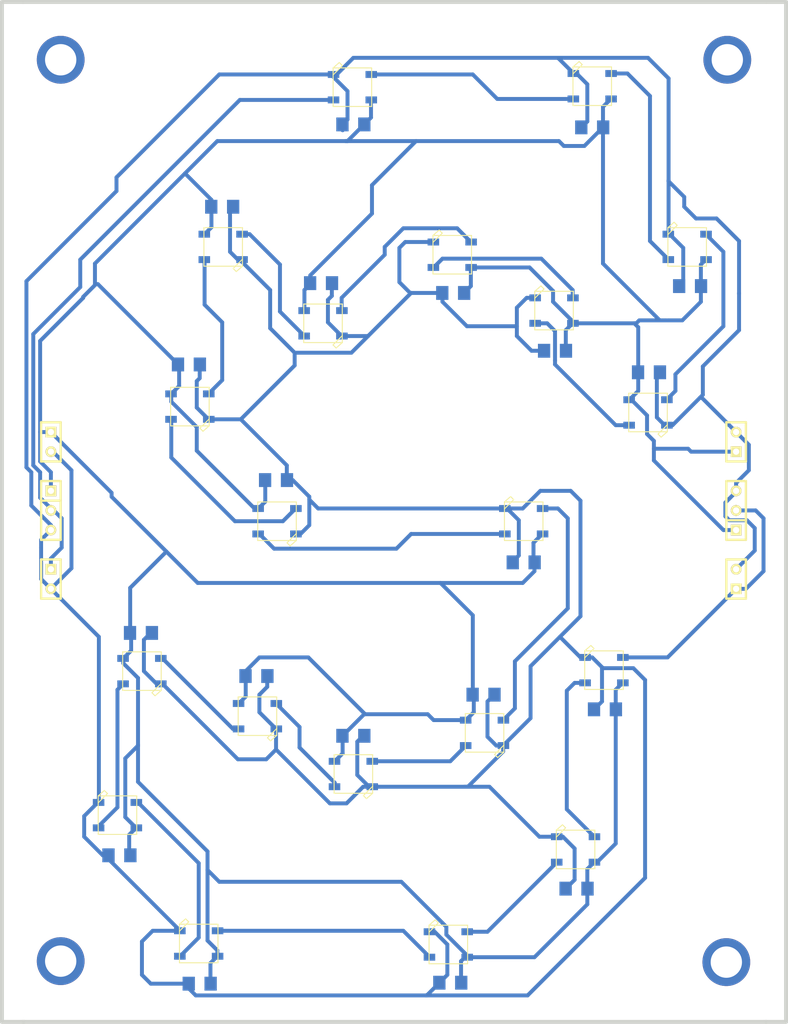
<source format=kicad_pcb>
(kicad_pcb (version 4) (host json2kicad_pcb "2020-10-07 04:59:25")

  (general
    (links 0)
    (no_connects 0)
    (area -10.16 -17.653 91.567 114.554)
    (thickness 1.6002)
    (drawings 0)
    (tracks 430)
    (zones 0)
    (modules 50)
    (nets 250)
  )

  (page A3)
  (title_block
    (date "30 dec 2015")
  )

  (layers
  (0 B.Cu signal)
  (1 Inner1.Cu signal)
  (2 Inner2.Cu signal)
  (15 F.Cu signal)
  (20 B.SilkS user)
  (21 F.SilkS user)
  (22 B.Paste user)
  (23 F.Paste user)
  (24 Dwgs.User user)
  (25 Cmts.User user)
  (26 Eco1.User user)
  (27 Eco2.User user)
  (28 Edge.Cuts user)
  (31 B.Cu signal)
  (32 B.Adhes user)
  (33 F.Adhes user)
  (34 B.Paste user)
  (35 F.Paste user)
  (36 B.SilkS user)
  (37 F.SilkS user)
  (38 B.Mask user)
  (39 F.Mask user)
  (40 Dwgs.User user)
  (41 Cmts.User user)
  (42 Eco1.User user)
  (43 Eco2.User user)
  (44 Edge.Cuts user)
  )

  (setup
(last_trace_width 0.254)
    (trace_clearance 0.254)
    (zone_clearance 0.508)
    (zone_45_only no)
    (trace_min 0.254)
    (segment_width 0.2)
    (edge_width 0.1)
    (via_size 1.19888)
    (via_drill 0.635)
    (via_min_size 0.889)
    (via_min_drill 0.508)
    (uvia_size 0.508)
    (uvia_drill 0.127)
    (uvias_allowed no)
    (uvia_min_size 0.508)
    (uvia_min_drill 0.127)
    (pcb_text_width 0.3)
    (pcb_text_size 1.5 1.5)
    (mod_edge_width 0.15)
    (mod_text_size 1 1)
    (mod_text_width 0.15)
    (pad_size 1.5 1.5)
    (pad_drill 0.6)
    (pad_to_mask_clearance 0)
    (aux_axis_origin 0 0)
    (visible_elements 7FFFFFFF)
    (pcbplotparams
      (layerselection 0x00030_80000001)
      (usegerberextensions true)
      (excludeedgelayer true)
      (linewidth 0.150000)
      (plotframeref false)
      (viasonmask false)
      (mode 1)
      (useauxorigin false)
      (hpglpennumber 1)
      (hpglpenspeed 20)
      (hpglpendiameter 15)
      (hpglpenoverlay 2)
      (psnegative false)
      (psa4output false)
      (plotreference true)
      (plotvalue true)
      (plotinvisibletext false)
      (padsonsilk false)
      (subtractmaskfromsilk false)
      (outputformat 1)
      (mirror false)
      (drillshape 1)
      (scaleselection 1)
      (outputdirectory ""))
  )

  (net 0 "")
  (net 1 "N-00001")
  (net 2 "N-00002")
  (net 3 "N-00003")
  (net 4 "N-00004")
  (net 5 "N-00005")
  (net 6 "N-00006")
  (net 7 "N-00007")
  (net 8 "N-00008")
  (net 9 "N-00009")
  (net 142 "N-00142")
  (net 11 "N-00011")
  (net 12 "N-00012")
  (net 13 "N-00013")
  (net 14 "N-00014")
  (net 15 "N-00015")
  (net 16 "N-00016")
  (net 17 "N-00017")
  (net 18 "N-00018")
  (net 19 "N-00019")
  (net 20 "N-00020")
  (net 21 "N-00021")
  (net 22 "N-00022")
  (net 23 "N-00023")
  (net 24 "N-00024")
  (net 25 "N-00025")
  (net 26 "N-00026")
  (net 27 "N-00027")
  (net 28 "N-00028")
  (net 29 "N-00029")
  (net 146 "N-00146")
  (net 143 "N-00143")
  (net 32 "N-00032")
  (net 33 "N-00033")
  (net 144 "N-00144")
  (net 35 "N-00035")
  (net 36 "N-00036")
  (net 37 "N-00037")
  (net 151 "N-00151")
  (net 141 "N-00141")
  (net 150 "N-00150")
  (net 41 "N-00041")
  (net 42 "N-00042")
  (net 43 "N-00043")
  (net 44 "N-00044")
  (net 45 "N-00045")
  (net 46 "N-00046")
  (net 47 "N-00047")
  (net 48 "N-00048")
  (net 49 "N-00049")
  (net 50 "N-00050")
  (net 51 "N-00051")
  (net 52 "N-00052")
  (net 53 "N-00053")
  (net 54 "N-00054")
  (net 55 "N-00055")
  (net 56 "N-00056")
  (net 57 "N-00057")
  (net 58 "N-00058")
  (net 59 "N-00059")
  (net 60 "N-00060")
  (net 61 "N-00061")
  (net 62 "N-00062")
  (net 63 "N-00063")
  (net 64 "N-00064")
  (net 65 "N-00065")
  (net 66 "N-00066")
  (net 67 "N-00067")
  (net 68 "N-00068")
  (net 69 "N-00069")
  (net 70 "N-00070")
  (net 71 "N-00071")
  (net 72 "N-00072")
  (net 73 "N-00073")
  (net 74 "N-00074")
  (net 75 "N-00075")
  (net 76 "N-00076")
  (net 77 "N-00077")
  (net 78 "N-00078")
  (net 79 "N-00079")
  (net 80 "N-00080")
  (net 81 "N-00081")
  (net 82 "N-00082")
  (net 83 "N-00083")
  (net 84 "N-00084")
  (net 85 "N-00085")
  (net 86 "N-00086")
  (net 87 "N-00087")
  (net 88 "N-00088")
  (net 89 "N-00089")
  (net 90 "N-00090")
  (net 91 "N-00091")
  (net 92 "N-00092")
  (net 93 "N-00093")
  (net 94 "N-00094")
  (net 95 "N-00095")
  (net 96 "N-00096")
  (net 97 "N-00097")
  (net 98 "N-00098")
  (net 99 "N-00099")
  (net 100 "N-00100")
  (net 101 "N-00101")
  (net 102 "N-00102")
  (net 103 "N-00103")
  (net 104 "N-00104")
  (net 105 "N-00105")
  (net 106 "N-00106")
  (net 107 "N-00107")
  (net 108 "N-00108")
  (net 109 "N-00109")
  (net 110 "N-00110")
  (net 111 "N-00111")
  (net 112 "N-00112")
  (net 113 "N-00113")
  (net 114 "N-00114")
  (net 115 "N-00115")
  (net 116 "N-00116")
  (net 117 "N-00117")
  (net 118 "N-00118")
  (net 119 "N-00119")
  (net 120 "N-00120")
  (net 121 "N-00121")
  (net 122 "N-00122")
  (net 123 "N-00123")
  (net 124 "N-00124")
  (net 125 "N-00125")
  (net 126 "N-00126")
  (net 127 "N-00127")
  (net 128 "N-00128")
  (net 129 "N-00129")
  (net 130 "N-00130")
  (net 131 "N-00131")
  (net 132 "N-00132")
  (net 133 "N-00133")
  (net 134 "N-00134")
  (net 135 "N-00135")
  (net 136 "N-00136")
  (net 137 "N-00137")
  (net 138 "N-00138")
  (net 139 "N-00139")
  (net 140 "N-00140")
  (net 168 "N-00168")
  (net 170 "N-00170")
  (net 299 "N-00299")
  (net 298 "N-00298")
  (net 156 "N-00156")
  (net 157 "N-00157")
  (net 158 "N-00158")
  (net 246 "N-00246")
  (net 238 "N-00238")
  (net 171 "N-00171")
  (net 172 "N-00172")
  (net 173 "N-00173")
  (net 174 "N-00174")
  (net 175 "N-00175")
  (net 176 "N-00176")
  (net 177 "N-00177")
  (net 178 "N-00178")
  (net 179 "N-00179")
  (net 180 "N-00180")
  (net 181 "N-00181")
  (net 182 "N-00182")
  (net 184 "N-00184")
  (net 185 "N-00185")
  (net 186 "N-00186")
  (net 187 "N-00187")
  (net 188 "N-00188")
  (net 189 "N-00189")
  (net 190 "N-00190")
  (net 191 "N-00191")
  (net 192 "N-00192")
  (net 193 "N-00193")
  (net 194 "N-00194")
  (net 195 "N-00195")
  (net 196 "N-00196")
  (net 197 "N-00197")
  (net 198 "N-00198")
  (net 199 "N-00199")
  (net 200 "N-00200")
  (net 292 "N-00292")
  (net 202 "N-00202")
  (net 203 "N-00203")
  (net 410 "N-00410")
  (net 205 "N-00205")
  (net 206 "N-00206")
  (net 207 "N-00207")
  (net 208 "N-00208")
  (net 295 "N-00295")
  (net 210 "N-00210")
  (net 297 "N-00297")
  (net 266 "N-00266")
  (net 213 "N-00213")
  (net 214 "N-00214")
  (net 215 "N-00215")
  (net 216 "N-00216")
  (net 294 "N-00294")
  (net 218 "N-00218")
  (net 296 "N-00296")
  (net 283 "N-00283")
  (net 258 "N-00258")
  (net 222 "N-00222")
  (net 293 "N-00293")
  (net 267 "N-00267")
  (net 242 "N-00242")
  (net 226 "N-00226")
  (net 271 "N-00271")
  (net 262 "N-00262")
  (net 393 "N-00393")
  (net 230 "N-00230")
  (net 254 "N-00254")
  (net 301 "N-00301")
  (net 250 "N-00250")
  (net 400 "N-00400")
  (net 346 "N-00346")
  (net 389 "N-00389")
  (net 397 "N-00397")
  (net 350 "N-00350")
  (net 398 "N-00398")
  (net 384 "N-00384")
  (net 368 "N-00368")
  (net 382 "N-00382")
  (net 372 "N-00372")
  (net 383 "N-00383")
  (net 381 "N-00381")
  (net 404 "N-00404")
  (net 352 "N-00352")
  (net 379 "N-00379")
  (net 411 "N-00411")
  (net 320 "N-00320")
  (net 388 "N-00388")
  (net 396 "N-00396")
  (net 386 "N-00386")
  (net 391 "N-00391")
  (net 387 "N-00387")
  (net 394 "N-00394")
  (net 403 "N-00403")
  (net 401 "N-00401")
  (net 338 "N-00338")
  (net 390 "N-00390")
  (net 395 "N-00395")
  (net 409 "N-00409")
  (net 333 "N-00333")
  (net 378 "N-00378")
  (net 374 "N-00374")
  (net 377 "N-00377")
  (net 344 "N-00344")
  (net 412 "N-00412")
  (net 413 "N-00413")
  (net 414 "N-00414")
  (net 415 "N-00415")

  (net_class Default "This is the default net class."
    (via_dia 1.19888)
    (via_drill 0.635)
    (uvia_drill 0.127)
    (trace_width 0.254)
    (uvia_dia 0.508)
    (clearance 0.254)
    (add_net "")
    (add_net "N-00001")
    (add_net "N-00002")
    (add_net "N-00003")
    (add_net "N-00004")
    (add_net "N-00005")
    (add_net "N-00006")
    (add_net "N-00007")
    (add_net "N-00008")
    (add_net "N-00009")
    (add_net "N-00011")
    (add_net "N-00012")
    (add_net "N-00013")
    (add_net "N-00014")
    (add_net "N-00015")
    (add_net "N-00016")
    (add_net "N-00017")
    (add_net "N-00018")
    (add_net "N-00019")
    (add_net "N-00020")
    (add_net "N-00021")
    (add_net "N-00022")
    (add_net "N-00023")
    (add_net "N-00024")
    (add_net "N-00025")
    (add_net "N-00026")
    (add_net "N-00027")
    (add_net "N-00028")
    (add_net "N-00029")
    (add_net "N-00032")
    (add_net "N-00033")
    (add_net "N-00035")
    (add_net "N-00036")
    (add_net "N-00037")
    (add_net "N-00041")
    (add_net "N-00042")
    (add_net "N-00043")
    (add_net "N-00044")
    (add_net "N-00045")
    (add_net "N-00046")
    (add_net "N-00047")
    (add_net "N-00048")
    (add_net "")
    (add_net "N-00050")
    (add_net "N-00051")
    (add_net "N-00052")
    (add_net "N-00053")
    (add_net "N-00054")
    (add_net "N-00055")
    (add_net "N-00056")
    (add_net "N-00057")
    (add_net "N-00058")
    (add_net "N-00059")
    (add_net "N-00060")
    (add_net "N-00061")
    (add_net "N-00062")
    (add_net "N-00063")
    (add_net "N-00064")
    (add_net "N-00065")
    (add_net "N-00066")
    (add_net "N-00067")
    (add_net "N-00068")
    (add_net "N-00069")
    (add_net "N-00070")
    (add_net "N-00071")
    (add_net "N-00072")
    (add_net "N-00073")
    (add_net "N-00074")
    (add_net "N-00075")
    (add_net "N-00076")
    (add_net "N-00077")
    (add_net "N-00078")
    (add_net "N-00079")
    (add_net "N-00080")
    (add_net "N-00081")
    (add_net "N-00082")
    (add_net "N-00083")
    (add_net "N-00084")
    (add_net "N-00085")
    (add_net "N-00086")
    (add_net "N-00087")
    (add_net "N-00088")
    (add_net "N-00089")
    (add_net "N-00090")
    (add_net "N-00091")
    (add_net "N-00092")
    (add_net "N-00093")
    (add_net "N-00094")
    (add_net "N-00095")
    (add_net "N-00096")
    (add_net "N-00097")
    (add_net "N-00098")
    (add_net "N-00099")
    (add_net "N-00100")
    (add_net "N-00101")
    (add_net "N-00102")
    (add_net "N-00103")
    (add_net "N-00104")
    (add_net "N-00105")
    (add_net "N-00106")
    (add_net "N-00107")
    (add_net "N-00108")
    (add_net "N-00109")
    (add_net "N-00110")
    (add_net "N-00111")
    (add_net "N-00112")
    (add_net "N-00113")
    (add_net "N-00114")
    (add_net "N-00115")
    (add_net "N-00116")
    (add_net "N-00117")
    (add_net "N-00118")
    (add_net "N-00119")
    (add_net "N-00120")
    (add_net "N-00121")
    (add_net "N-00122")
    (add_net "N-00123")
    (add_net "N-00124")
    (add_net "N-00125")
    (add_net "N-00126")
    (add_net "N-00127")
    (add_net "N-00128")
    (add_net "N-00129")
    (add_net "N-00130")
    (add_net "N-00131")
    (add_net "N-00132")
    (add_net "N-00133")
    (add_net "N-00134")
    (add_net "N-00135")
    (add_net "N-00136")
    (add_net "N-00137")
    (add_net "N-00138")
    (add_net "N-00139")
    (add_net "N-00140")
    (add_net "N-00141")
    (add_net "N-00142")
    (add_net "N-00143")
    (add_net "N-00144")
    (add_net "N-00271")
    (add_net "N-00146")
    (add_net "N-00150")
    (add_net "N-00151")
    (add_net "N-00194")
    (add_net "N-00156")
    (add_net "N-00157")
    (add_net "N-00158")
    (add_net "N-00168")
    (add_net "N-00170")
    (add_net "N-00171")
    (add_net "N-00172")
    (add_net "N-00173")
    (add_net "N-00174")
    (add_net "N-00175")
    (add_net "N-00176")
    (add_net "N-00177")
    (add_net "N-00178")
    (add_net "N-00179")
    (add_net "N-00180")
    (add_net "N-00181")
    (add_net "N-00182")
    (add_net "N-00184")
    (add_net "N-00185")
    (add_net "N-00186")
    (add_net "N-00187")
    (add_net "N-00188")
    (add_net "N-00189")
    (add_net "N-00190")
    (add_net "N-00191")
    (add_net "N-00192")
    (add_net "N-00193")
    (add_net "N-00194")
    (add_net "N-00195")
    (add_net "N-00196")
    (add_net "N-00197")
    (add_net "N-00198")
    (add_net "N-00199")
    (add_net "N-00200")
    (add_net "N-00202")
    (add_net "N-00203")
    (add_net "N-00205")
    (add_net "N-00206")
    (add_net "N-00207")
    (add_net "N-00208")
    (add_net "N-00108")
    (add_net "N-00109")
    (add_net "N-00213")
    (add_net "N-00214")
    (add_net "N-00215")
    (add_net "N-00102")
    (add_net "N-00103")
    (add_net "N-00100")
    (add_net "N-00101")
    (add_net "N-00106")
    (add_net "N-00107")
    (add_net "N-00104")
    (add_net "N-00105")
    (add_net "N-00226")
    (add_net "N-00346")
    (add_net "N-00230")
    (add_net "N-00033")
    (add_net "N-00032")
    (add_net "N-00037")
    (add_net "N-00036")
    (add_net "N-00035")
    (add_net "N-00242")
    (add_net "N-00246")
    (add_net "N-00250")
    (add_net "N-00254")
    (add_net "N-00258")
    (add_net "N-00338")
    (add_net "N-00262")
    (add_net "N-00266")
    (add_net "N-00267")
    (add_net "N-00333")
    (add_net "N-00271")
    (add_net "N-00350")
    (add_net "N-00283")
    (add_net "N-00344")
    (add_net "N-00292")
    (add_net "N-00293")
    (add_net "N-00294")
    (add_net "N-00049")
    (add_net "N-00296")
    (add_net "N-00297")
    (add_net "N-00298")
    (add_net "N-00299")
    (add_net "N-00301")
    (add_net "N-00006")
    (add_net "N-00320")
    (add_net "N-00333")
    (add_net "N-00099")
    (add_net "N-00098")
    (add_net "N-00338")
    (add_net "N-00091")
    (add_net "N-00090")
    (add_net "N-00093")
    (add_net "N-00092")
    (add_net "N-00095")
    (add_net "N-00094")
    (add_net "N-00097")
    (add_net "N-00096")
    (add_net "N-00352")
    (add_net "N-00368")
    (add_net "N-00372")
    (add_net "N-00374")
    (add_net "N-00404")
    (add_net "N-00378")
    (add_net "N-00379")
    (add_net "N-00381")
    (add_net "N-00382")
    (add_net "N-00383")
    (add_net "N-00384")
    (add_net "N-00386")
    (add_net "N-00387")
    (add_net "N-00388")
    (add_net "N-00389")
    (add_net "N-00390")
    (add_net "N-00391")
    (add_net "N-00393")
    (add_net "N-00394")
    (add_net "N-00395")
    (add_net "N-00396")
    (add_net "N-00397")
    (add_net "N-00398")
    (add_net "N-00400")
    (add_net "N-00401")
    (add_net "N-00403")
    (add_net "N-00238")
    (add_net "N-00409")
    (add_net "N-00410")
    (add_net "N-00411")
    (add_net "N-00230")
    (add_net "N-00413")
    (add_net "N-00414")
    (add_net "N-00415")
    (add_net "N-00412")
    (add_net "N-00001")
    (add_net "N-00146")
    (add_net "N-00144")
    (add_net "N-00142")
    (add_net "N-00143")
    (add_net "N-00140")
    (add_net "N-00141")
    (add_net "N-00344")
    (add_net "N-00133")
    (add_net "N-00132")
    (add_net "N-00131")
    (add_net "N-00130")
    (add_net "N-00137")
    (add_net "N-00136")
    (add_net "N-00135")
    (add_net "N-00134")
    (add_net "N-00139")
    (add_net "N-00138")
    (add_net "N-00024")
    (add_net "N-00025")
    (add_net "N-00026")
    (add_net "N-00027")
    (add_net "N-00020")
    (add_net "N-00021")
    (add_net "N-00022")
    (add_net "N-00023")
    (add_net "N-00028")
    (add_net "N-00029")
    (add_net "N-00404")
    (add_net "N-00403")
    (add_net "N-00401")
    (add_net "N-00400")
    (add_net "N-00409")
    (add_net "N-00379")
    (add_net "N-00378")
    (add_net "N-00372")
    (add_net "N-00374")
    (add_net "N-00377")
    (add_net "N-00393")
    (add_net "N-00088")
    (add_net "N-00089")
    (add_net "N-00397")
    (add_net "N-00396")
    (add_net "N-00395")
    (add_net "N-00394")
    (add_net "N-00082")
    (add_net "N-00083")
    (add_net "N-00080")
    (add_net "N-00081")
    (add_net "N-00086")
    (add_net "N-00087")
    (add_net "N-00084")
    (add_net "N-00085")
    (add_net "N-00007")
    (add_net "N-00298")
    (add_net "N-00299")
    (add_net "N-00296")
    (add_net "N-00246")
    (add_net "N-00297")
    (add_net "N-00294")
    (add_net "N-00295")
    (add_net "N-00292")
    (add_net "N-00293")
    (add_net "N-00346")
    (add_net "N-00179")
    (add_net "N-00178")
    (add_net "N-00177")
    (add_net "N-00176")
    (add_net "N-00175")
    (add_net "N-00174")
    (add_net "N-00173")
    (add_net "N-00172")
    (add_net "N-00171")
    (add_net "N-00170")
    (add_net "N-00182")
    (add_net "N-00195")
    (add_net "N-00180")
    (add_net "N-00181")
    (add_net "N-00186")
    (add_net "N-00187")
    (add_net "N-00184")
    (add_net "N-00185")
    (add_net "N-00188")
    (add_net "N-00189")
    (add_net "N-00197")
    (add_net "N-00196")
    (add_net "N-00191")
    (add_net "N-00190")
    (add_net "N-00193")
    (add_net "N-00192")
    (add_net "N-00011")
    (add_net "N-00013")
    (add_net "N-00012")
    (add_net "N-00015")
    (add_net "N-00014")
    (add_net "N-00017")
    (add_net "N-00016")
    (add_net "N-00019")
    (add_net "N-00018")
    (add_net "N-00320")
    (add_net "N-00200")
    (add_net "N-00203")
    (add_net "N-00202")
    (add_net "N-00205")
    (add_net "N-00207")
    (add_net "N-00206")
    (add_net "N-00208")
    (add_net "N-00077")
    (add_net "N-00076")
    (add_net "N-00075")
    (add_net "N-00074")
    (add_net "N-00073")
    (add_net "N-00072")
    (add_net "N-00071")
    (add_net "N-00070")
    (add_net "N-00079")
    (add_net "N-00078")
    (add_net "N-00002")
    (add_net "N-00008")
    (add_net "N-00377")
    (add_net "N-00258")
    (add_net "N-00120")
    (add_net "N-00121")
    (add_net "N-00122")
    (add_net "N-00123")
    (add_net "N-00124")
    (add_net "N-00125")
    (add_net "N-00126")
    (add_net "N-00127")
    (add_net "N-00128")
    (add_net "N-00129")
    (add_net "N-00414")
    (add_net "N-00415")
    (add_net "N-00410")
    (add_net "N-00411")
    (add_net "N-00412")
    (add_net "N-00413")
    (add_net "N-00003")
    (add_net "N-00368")
    (add_net "N-00381")
    (add_net "N-00382")
    (add_net "N-00383")
    (add_net "N-00384")
    (add_net "N-00386")
    (add_net "N-00387")
    (add_net "N-00388")
    (add_net "N-00389")
    (add_net "N-00210")
    (add_net "N-00060")
    (add_net "N-00061")
    (add_net "N-00062")
    (add_net "N-00063")
    (add_net "N-00064")
    (add_net "N-00065")
    (add_net "N-00066")
    (add_net "N-00067")
    (add_net "N-00068")
    (add_net "N-00069")
    (add_net "N-00250")
    (add_net "N-00218")
    (add_net "N-00254")
    (add_net "N-00222")
    (add_net "N-00168")
    (add_net "N-00238")
    (add_net "N-00009")
    (add_net "N-00352")
    (add_net "N-00350")
    (add_net "N-00216")
    (add_net "N-00214")
    (add_net "N-00215")
    (add_net "N-00213")
    (add_net "N-00210")
    (add_net "N-00218")
    (add_net "N-00199")
    (add_net "N-00004")
    (add_net "N-00283")
    (add_net "N-00262")
    (add_net "N-00267")
    (add_net "N-00266")
    (add_net "N-00059")
    (add_net "N-00058")
    (add_net "N-00055")
    (add_net "N-00054")
    (add_net "N-00057")
    (add_net "N-00056")
    (add_net "N-00051")
    (add_net "N-00050")
    (add_net "N-00053")
    (add_net "N-00052")
    (add_net "N-00115")
    (add_net "N-00114")
    (add_net "N-00117")
    (add_net "N-00116")
    (add_net "N-00111")
    (add_net "N-00110")
    (add_net "N-00113")
    (add_net "N-00112")
    (add_net "N-00119")
    (add_net "N-00118")
    (add_net "N-00198")
    (add_net "N-00301")
    (add_net "N-00216")
    (add_net "N-00295")
    (add_net "N-00242")
    (add_net "N-00226")
    (add_net "N-00222")
    (add_net "N-00391")
    (add_net "N-00390")
    (add_net "N-00151")
    (add_net "N-00150")
    (add_net "N-00157")
    (add_net "N-00156")
    (add_net "N-00158")
    (add_net "N-00398")
    (add_net "N-00048")
    (add_net "N-00049")
    (add_net "N-00046")
    (add_net "N-00047")
    (add_net "N-00044")
    (add_net "N-00045")
    (add_net "N-00042")
    (add_net "N-00043")
    (add_net "N-00041")
    (add_net "N-00005")
  )
  (segment (start 74.803 30.734) (end 75.184 30.353) (width 0.508) (layer F.Cu) (net 157))
  (segment (start 74.803 36.195) (end 74.803 30.734) (width 0.508) (layer F.Cu) (net 157))
  (segment (start 65.532 70.612) (end 64.135 70.612) (width 0.508) (layer F.Cu) (net 352))
  (segment (start 67.691 73.025) (end 66.675 74.041) (width 0.508) (layer F.Cu) (net 157))
  (segment (start 37.465 84.074) (end 35.941 82.55) (width 0.508) (layer F.Cu) (net 157))
  (segment (start 37.846 84.074) (end 37.465 84.074) (width 0.508) (layer F.Cu) (net 157))
  (segment (start 17.018 11.557) (end 16.129 12.446) (width 0.508) (layer F.Cu) (net 158))
  (segment (start 17.018 8.763) (end 17.018 11.557) (width 0.508) (layer F.Cu) (net 158))
  (segment (start 50.165 24.384) (end 56.642 24.384) (width 0.508) (layer F.Cu) (net 157))
  (segment (start 46.99 21.209) (end 50.165 24.384) (width 0.508) (layer F.Cu) (net 157))
  (segment (start 46.99 20.066) (end 46.99 21.209) (width 0.508) (layer F.Cu) (net 157))
  (segment (start 30.861 48.006) (end 55.118 48.006) (width 0.508) (layer F.Cu) (net 157))
  (segment (start 12.827 32.131) (end 11.811 33.147) (width 0.508) (layer F.Cu) (net 158))
  (segment (start 12.827 29.083) (end 12.827 32.131) (width 0.508) (layer F.Cu) (net 158))
  (segment (start 20.955 15.748) (end 20.447 15.748) (width 0.508) (layer F.Cu) (net 157))
  (segment (start 19.431 9.271) (end 19.812 8.89) (width 0.508) (layer F.Cu) (net 157))
  (segment (start 19.431 14.732) (end 19.431 9.271) (width 0.508) (layer F.Cu) (net 157))
  (segment (start 20.447 15.748) (end 19.431 14.732) (width 0.508) (layer F.Cu) (net 157))
  (segment (start 24.003 47.117) (end 23.114 48.006) (width 0.508) (layer F.Cu) (net 158))
  (segment (start 24.003 44.196) (end 24.003 47.117) (width 0.508) (layer F.Cu) (net 158))
  (segment (start 16.637 8.509) (end 17.018 8.89) (width 0.508) (layer F.Cu) (net 158))
  (segment (start 45.339 102.87) (end 45.974 102.87) (width 0.508) (layer F.Cu) (net 157))
  (segment (start 24.257 69.723) (end 24.257 71.12) (width 0.508) (layer F.Cu) (net 157))
  (segment (start 63.246 49.276) (end 63.246 60.96) (width 0.508) (layer F.Cu) (net 262))
  (segment (start 6.604 66.421) (end 5.588 67.437) (width 0.508) (layer F.Cu) (net 158))
  (segment (start 6.35 90.297) (end 7.239 89.408) (width 0.508) (layer F.Cu) (net 158))
  (segment (start 6.604 63.881) (end 6.604 66.421) (width 0.508) (layer F.Cu) (net 158))
  (segment (start 6.35 92.964) (end 6.35 90.297) (width 0.508) (layer F.Cu) (net 158))
  (segment (start 8.255 65.024) (end 9.398 63.881) (width 0.508) (layer F.Cu) (net 157))
  (segment (start 8.255 69.088) (end 8.255 65.024) (width 0.508) (layer F.Cu) (net 157))
  (segment (start 9.906 70.739) (end 8.255 69.088) (width 0.508) (layer F.Cu) (net 157))
  (module "SIL-2"
    (layer "F.Cu")
    (tedit 0)
    (tstamp 0)
    (at -3.81 39.37 -90.00)
    (fp_text reference "pwr"
      (at -2.54 0.0 0.00)
      (layer F.SilkS)
      (effects (font (size 1.08712 0.0)
        (thickness 0.0)))
    )
    (fp_text value "Val**"
      (at -2.54 0.0 0.00)
      (layer F.SilkS)
      (effects (font (size 1.016 0.0)
        (thickness 0.0)))
    )
    (fp_line (start -2.54 1.27) (end -2.54 -1.27) (layer F.SilkS) (width 0.3048))
    (fp_line (start -2.54 -1.27) (end 2.54 -1.27) (layer F.SilkS) (width 0.3048))
    (fp_line (start 2.54 -1.27) (end 2.54 1.27) (layer F.SilkS) (width 0.3048))
    (fp_line (start 2.54 1.27) (end -2.54 1.27) (layer F.SilkS) (width 0.3048))
    (pad 1 thru_hole rect (at -1.27 0.0 -90.00) (size 1.397 1.397) (drill 0.8128) (layers "B.Cu" "Inner1.Cu" "Inner2.Cu" "F.Cu" "F.SilkS" "B.Paste" "F.Paste") (net 158 N-00158))
    (pad 2 thru_hole circle (at 1.27 0.0 -90.00) (size 1.397 1.397) (drill 0.8128) (layers "B.Cu" "Inner1.Cu" "Inner2.Cu" "F.Cu" "F.SilkS" "B.Paste" "F.Paste") (net 157 N-00157))
  )

  (module "SIL-2"
    (layer "F.Cu")
    (tedit 0)
    (tstamp 0)
    (at 85.09 39.37 90.00)
    (fp_text reference "pwr"
      (at -2.54 0.0 0.00)
      (layer F.SilkS)
      (effects (font (size 1.08712 0.0)
        (thickness 0.0)))
    )
    (fp_text value "Val**"
      (at -2.54 0.0 0.00)
      (layer F.SilkS)
      (effects (font (size 1.016 0.0)
        (thickness 0.0)))
    )
    (fp_line (start -2.54 1.27) (end -2.54 -1.27) (layer F.SilkS) (width 0.3048))
    (fp_line (start -2.54 -1.27) (end 2.54 -1.27) (layer F.SilkS) (width 0.3048))
    (fp_line (start 2.54 -1.27) (end 2.54 1.27) (layer F.SilkS) (width 0.3048))
    (fp_line (start 2.54 1.27) (end -2.54 1.27) (layer F.SilkS) (width 0.3048))
    (pad 1 thru_hole rect (at -1.27 0.0 90.00) (size 1.397 1.397) (drill 0.8128) (layers "B.Cu" "Inner1.Cu" "Inner2.Cu" "F.Cu" "F.SilkS" "B.Paste" "F.Paste") (net 158 N-00158))
    (pad 2 thru_hole circle (at 1.27 0.0 90.00) (size 1.397 1.397) (drill 0.8128) (layers "B.Cu" "Inner1.Cu" "Inner2.Cu" "F.Cu" "F.SilkS" "B.Paste" "F.Paste") (net 157 N-00157))
  )

  (segment (start 10.414 70.739) (end 9.906 70.739) (width 0.508) (layer F.Cu) (net 157))
  (segment (start 21.463 72.39) (end 20.574 73.279) (width 0.508) (layer F.Cu) (net 158))
  (segment (start 21.463 69.596) (end 21.463 72.39) (width 0.508) (layer F.Cu) (net 158))
  (segment (start -3.81 48.26) (end -3.429 48.26) (width 0.508) (layer F.Cu) (net 203))
  (segment (start 9.398 102.743) (end 8.001 104.14) (width 0.508) (layer F.Cu) (net 157))
  (segment (start 45.085 74.676) (end 36.83 74.676) (width 0.508) (layer F.Cu) (net 158))
  (segment (start 47.498 103.251) (end 47.498 102.235) (width 0.508) (layer F.Cu) (net 158))
  (segment (start 37.846 80.772) (end 48.006 80.772) (width 0.508) (layer F.Cu) (net 283))
  (segment (start 24.13 80.518) (end 25.4 79.248) (width 0.508) (layer F.Cu) (net 157))
  (module "SIL-2"
    (layer "F.Cu")
    (tedit 0)
    (tstamp 0)
    (at 85.09 57.15 90.00)
    (fp_text reference "SIG-OUT"
      (at -2.54 0.0 0.00)
      (layer F.SilkS)
      (effects (font (size 1.08712 0.0)
        (thickness 0.0)))
    )
    (fp_text value "Val**"
      (at -2.54 0.0 0.00)
      (layer F.SilkS)
      (effects (font (size 1.016 0.0)
        (thickness 0.0)))
    )
    (fp_line (start -2.54 1.27) (end -2.54 -1.27) (layer F.SilkS) (width 0.3048))
    (fp_line (start -2.54 -1.27) (end 2.54 -1.27) (layer F.SilkS) (width 0.3048))
    (fp_line (start 2.54 -1.27) (end 2.54 1.27) (layer F.SilkS) (width 0.3048))
    (fp_line (start 2.54 1.27) (end -2.54 1.27) (layer F.SilkS) (width 0.3048))
    (pad 1 thru_hole rect (at -1.27 0.0 90.00) (size 1.397 1.397) (drill 0.8128) (layers "B.Cu" "Inner1.Cu" "Inner2.Cu" "F.Cu" "F.SilkS" "B.Paste" "F.Paste") (net 156 N-00156))
    (pad 2 thru_hole circle (at 1.27 0.0 90.00) (size 1.397 1.397) (drill 0.8128) (layers "B.Cu" "Inner1.Cu" "Inner2.Cu" "F.Cu" "F.SilkS" "B.Paste" "F.Paste") (net 157 N-00157))
  )

  (module "SIL-3"
    (layer "F.Cu")
    (tedit 0)
    (tstamp 0)
    (at 85.09 48.26 90.00)
    (fp_text reference "OUT"
      (at -2.54 0.0 0.00)
      (layer F.SilkS)
      (effects (font (size 1.07696 0.0)
        (thickness 0.0)))
    )
    (fp_text value "Val**"
      (at -2.54 0.0 0.00)
      (layer F.SilkS)
      (effects (font (size 1.016 0.0)
        (thickness 0.0)))
    )
    (fp_line (start -3.81 1.27) (end -3.81 -1.27) (layer F.SilkS) (width 0.3048))
    (fp_line (start -3.81 -1.27) (end 3.81 -1.27) (layer F.SilkS) (width 0.3048))
    (fp_line (start 3.81 -1.27) (end 3.81 1.27) (layer F.SilkS) (width 0.3048))
    (fp_line (start 3.81 1.27) (end -3.81 1.27) (layer F.SilkS) (width 0.3048))
    (fp_line (start -1.27 -1.27) (end -1.27 1.27) (layer F.SilkS) (width 0.3048))
    (pad 1 thru_hole rect (at -2.54 0.0 90.00) (size 1.397 1.397) (drill 0.8128) (layers "B.Cu" "Inner1.Cu" "Inner2.Cu" "F.Cu" "F.SilkS" "B.Paste" "F.Paste") (net 158 N-00158))
    (pad 2 thru_hole circle (at 0.0 0.0 90.00) (size 1.397 1.397) (drill 0.8128) (layers "B.Cu" "Inner1.Cu" "Inner2.Cu" "F.Cu" "F.SilkS" "B.Paste" "F.Paste") (net 156 N-00156))
    (pad 3 thru_hole circle (at 2.54 0.0 90.00) (size 1.397 1.397) (drill 0.8128) (layers "B.Cu" "Inner1.Cu" "Inner2.Cu" "F.Cu" "F.SilkS" "B.Paste" "F.Paste") (net 157 N-00157))
  )

  (segment (start 20.447 80.518) (end 24.13 80.518) (width 0.508) (layer F.Cu) (net 157))
  (segment (start 56.388 67.818) (end 56.388 73.914) (width 0.508) (layer F.Cu) (net 262))
  (module "SIL-2"
    (layer "F.Cu")
    (tedit 0)
    (tstamp 0)
    (at -3.81 57.15 -90.00)
    (fp_text reference "sig-in"
      (at -2.54 0.0 0.00)
      (layer F.SilkS)
      (effects (font (size 1.08712 0.0)
        (thickness 0.0)))
    )
    (fp_text value "Val**"
      (at -2.54 0.0 0.00)
      (layer F.SilkS)
      (effects (font (size 1.016 0.0)
        (thickness 0.0)))
    )
    (fp_line (start -2.54 1.27) (end -2.54 -1.27) (layer F.SilkS) (width 0.3048))
    (fp_line (start -2.54 -1.27) (end 2.54 -1.27) (layer F.SilkS) (width 0.3048))
    (fp_line (start 2.54 -1.27) (end 2.54 1.27) (layer F.SilkS) (width 0.3048))
    (fp_line (start 2.54 1.27) (end -2.54 1.27) (layer F.SilkS) (width 0.3048))
    (pad 1 thru_hole rect (at -1.27 0.0 -90.00) (size 1.397 1.397) (drill 0.8128) (layers "B.Cu" "Inner1.Cu" "Inner2.Cu" "F.Cu" "F.SilkS" "B.Paste" "F.Paste") (net 203 N-00203))
    (pad 2 thru_hole circle (at 1.27 0.0 -90.00) (size 1.397 1.397) (drill 0.8128) (layers "B.Cu" "Inner1.Cu" "Inner2.Cu" "F.Cu" "F.SilkS" "B.Paste" "F.Paste") (net 157 N-00157))
  )

  (module "SIL-3"
    (layer "F.Cu")
    (tedit 0)
    (tstamp 0)
    (at -3.81 48.26 -90.00)
    (fp_text reference "IN"
      (at -2.54 0.0 0.00)
      (layer F.SilkS)
      (effects (font (size 1.07696 0.0)
        (thickness 0.0)))
    )
    (fp_text value "Val**"
      (at -2.54 0.0 0.00)
      (layer F.SilkS)
      (effects (font (size 1.016 0.0)
        (thickness 0.0)))
    )
    (fp_line (start -3.81 1.27) (end -3.81 -1.27) (layer F.SilkS) (width 0.3048))
    (fp_line (start -3.81 -1.27) (end 3.81 -1.27) (layer F.SilkS) (width 0.3048))
    (fp_line (start 3.81 -1.27) (end 3.81 1.27) (layer F.SilkS) (width 0.3048))
    (fp_line (start 3.81 1.27) (end -3.81 1.27) (layer F.SilkS) (width 0.3048))
    (fp_line (start -1.27 -1.27) (end -1.27 1.27) (layer F.SilkS) (width 0.3048))
    (pad 1 thru_hole rect (at -2.54 0.0 -90.00) (size 1.397 1.397) (drill 0.8128) (layers "B.Cu" "Inner1.Cu" "Inner2.Cu" "F.Cu" "F.SilkS" "B.Paste" "F.Paste") (net 158 N-00158))
    (pad 2 thru_hole circle (at 0.0 0.0 -90.00) (size 1.397 1.397) (drill 0.8128) (layers "B.Cu" "Inner1.Cu" "Inner2.Cu" "F.Cu" "F.SilkS" "B.Paste" "F.Paste") (net 203 N-00203))
    (pad 3 thru_hole circle (at 2.54 0.0 -90.00) (size 1.397 1.397) (drill 0.8128) (layers "B.Cu" "Inner1.Cu" "Inner2.Cu" "F.Cu" "F.SilkS" "B.Paste" "F.Paste") (net 157 N-00157))
  )

  (module "meowWS2812B"
    (layer "F.Cu")
    (tedit 0)
    (tstamp 0)
    (at 35.306 -6.604 0.00)
    (fp_text reference "a0"
      (at 0.0381 0.0 0.00)
      (layer Eco1.User)
      (effects (font (size 0.8128 0.0)
        (thickness 0.0)))
    )
    (fp_text value "WS2812B"
      (at 0.0 0.0 0.00)
      (layer Eco1.User)
      (effects (font (size 0.0 0.0)
        (thickness 0.0)))
    )
    (fp_line (start 2.49936 2.49936) (end -2.49936 2.49936) (layer F.SilkS) (width 0.127))
    (fp_line (start -2.49936 2.49936) (end -2.49936 -1.59766) (layer F.SilkS) (width 0.127))
    (fp_line (start -2.49936 -1.59766) (end -2.49936 -2.49936) (layer F.SilkS) (width 0.127))
    (fp_line (start -2.49936 -2.49936) (end -1.59766 -2.49936) (layer F.SilkS) (width 0.127))
    (fp_line (start -1.59766 -2.49936) (end 2.49936 -2.49936) (layer F.SilkS) (width 0.127))
    (fp_line (start 2.49936 -2.49936) (end 2.49936 2.49936) (layer F.SilkS) (width 0.127))
    (fp_line (start -2.49936 -1.59766) (end -1.59766 -2.49936) (layer F.SilkS) (width 0.127))
    (fp_line (start -1.59766 -2.49936) (end -1.29794 -2.79908) (layer F.SilkS) (width 0.127))
    (fp_line (start -1.29794 -2.79908) (end -1.69926 -3.19786) (layer F.SilkS) (width 0.127))
    (fp_line (start -1.69926 -3.19786) (end -2.49936 -2.49936) (layer F.SilkS) (width 0.127))
    (pad 1-VDD smd rect (at 2.44856 1.64846 180.00) (size 1.4986 0.89916) (drill 0.0) (layers "F.Cu" "F.Paste") (net 158 N-00158))
    (pad 2-DOUT smd rect (at 2.44856 -1.64846 180.00) (size 1.4986 0.89916) (drill 0.0) (layers "F.Cu" "F.Paste") (net 202 N-00202))
    (pad 4-DIN smd rect (at -2.44856 1.64846 180.00) (size 1.4986 0.89916) (drill 0.0) (layers "F.Cu" "F.Paste") (net 203 N-00203))
    (pad 3-GND smd rect (at -2.44856 -1.64846 180.00) (size 1.4986 0.89916) (drill 0.0) (layers "F.Cu" "F.Paste") (net 157 N-00157))
  )

  (module "C1206"
    (layer "F.Cu")
    (tedit 0)
    (tstamp 0)
    (at 35.433 -1.778 -180.00)
    (fp_text reference "aC0"
      (at -0.635 0.0 0.00)
      (layer Eco1.User)
      (effects (font (size 1.27 0.0)
        (thickness 0.0)))
    )
    (fp_text value "100nf"
      (at 3.175 0.0 0.00)
      (layer Eco1.User)
      (effects (font (size 1.27 0.0)
        (thickness 0.0)))
    )
    (fp_line (start 0.9525 0.8128) (end -0.9652 0.8128) (layer Cmts.User) (width 0.1524))
    (fp_line (start 0.9525 -0.8128) (end -0.9652 -0.8128) (layer Cmts.User) (width 0.1524))
    (fp_line (start -1.6891 0.8763) (end -0.9525 0.8763) (layer Cmts.User) (width 0.127))
    (fp_line (start -0.9525 0.8763) (end -0.9525 -0.8763) (layer Cmts.User) (width 0.127))
    (fp_line (start -0.9525 -0.8763) (end -1.6891 -0.8763) (layer Cmts.User) (width 0.127))
    (fp_line (start -1.6891 -0.8763) (end -1.6891 0.8763) (layer Cmts.User) (width 0.127))
    (fp_line (start 0.9525 0.8763) (end 1.6891 0.8763) (layer Cmts.User) (width 0.127))
    (fp_line (start 1.6891 0.8763) (end 1.6891 -0.8763) (layer Cmts.User) (width 0.127))
    (fp_line (start 1.6891 -0.8763) (end 0.9525 -0.8763) (layer Cmts.User) (width 0.127))
    (fp_line (start 0.9525 -0.8763) (end 0.9525 0.8763) (layer Cmts.User) (width 0.127))
    (pad 2 smd rect (at 1.41986 0.0 -180.00) (size 1.59766 1.80086) (drill 0.0) (layers "F.Cu" "F.Paste") (net 157 N-00157))
    (pad 1 smd rect (at -1.41986 0.0 -180.00) (size 1.59766 1.80086) (drill 0.0) (layers "F.Cu" "F.Paste") (net 158 N-00158))
  )

  (segment (start -5.08 57.15) (end -3.81 58.42) (width 0.508) (layer F.Cu) (net 157))
  (segment (start 2.413 86.106) (end 2.413 64.643) (width 0.508) (layer F.Cu) (net 157))
  (segment (start 32.893 -8.255) (end 32.893 -7.874) (width 0.508) (layer F.Cu) (net 157))
  (segment (start 32.893 -7.874) (end 34.671 -6.096) (width 0.508) (layer F.Cu) (net 157))
  (segment (start -5.08 53.086) (end -5.08 57.15) (width 0.508) (layer F.Cu) (net 157))
  (segment (start 20.574 76.581) (end 19.812 76.581) (width 0.508) (layer F.Cu) (net 338))
  (module "meowWS2812B"
    (layer "F.Cu")
    (tedit 0)
    (tstamp 0)
    (at 47.752 104.521 0.00)
    (fp_text reference "U10"
      (at 0.0381 0.0 0.00)
      (layer Eco1.User)
      (effects (font (size 0.8128 0.0)
        (thickness 0.0)))
    )
    (fp_text value "WS2812B"
      (at 0.0 0.0 0.00)
      (layer Eco1.User)
      (effects (font (size 0.0 0.0)
        (thickness 0.0)))
    )
    (fp_line (start 2.49936 2.49936) (end -2.49936 2.49936) (layer F.SilkS) (width 0.127))
    (fp_line (start -2.49936 2.49936) (end -2.49936 -1.59766) (layer F.SilkS) (width 0.127))
    (fp_line (start -2.49936 -1.59766) (end -2.49936 -2.49936) (layer F.SilkS) (width 0.127))
    (fp_line (start -2.49936 -2.49936) (end -1.59766 -2.49936) (layer F.SilkS) (width 0.127))
    (fp_line (start -1.59766 -2.49936) (end 2.49936 -2.49936) (layer F.SilkS) (width 0.127))
    (fp_line (start 2.49936 -2.49936) (end 2.49936 2.49936) (layer F.SilkS) (width 0.127))
    (fp_line (start -2.49936 -1.59766) (end -1.59766 -2.49936) (layer F.SilkS) (width 0.127))
    (fp_line (start -1.59766 -2.49936) (end -1.29794 -2.79908) (layer F.SilkS) (width 0.127))
    (fp_line (start -1.29794 -2.79908) (end -1.69926 -3.19786) (layer F.SilkS) (width 0.127))
    (fp_line (start -1.69926 -3.19786) (end -2.49936 -2.49936) (layer F.SilkS) (width 0.127))
    (pad 1-VDD smd rect (at 2.44856 1.64846 180.00) (size 1.4986 0.89916) (drill 0.0) (layers "F.Cu" "F.Paste") (net 158 N-00158))
    (pad 2-DOUT smd rect (at 2.44856 -1.64846 180.00) (size 1.4986 0.89916) (drill 0.0) (layers "F.Cu" "F.Paste") (net 226 N-00226))
    (pad 4-DIN smd rect (at -2.44856 1.64846 180.00) (size 1.4986 0.89916) (drill 0.0) (layers "F.Cu" "F.Paste") (net 230 N-00230))
    (pad 3-GND smd rect (at -2.44856 -1.64846 180.00) (size 1.4986 0.89916) (drill 0.0) (layers "F.Cu" "F.Paste") (net 157 N-00157))
  )

  (module "meowWS2812B"
    (layer "F.Cu")
    (tedit 0)
    (tstamp 0)
    (at 66.421 -6.731 0.00)
    (fp_text reference "U3"
      (at 0.0381 0.0 0.00)
      (layer Eco1.User)
      (effects (font (size 0.8128 0.0)
        (thickness 0.0)))
    )
    (fp_text value "WS2812B"
      (at 0.0 0.0 0.00)
      (layer Eco1.User)
      (effects (font (size 0.0 0.0)
        (thickness 0.0)))
    )
    (fp_line (start 2.49936 2.49936) (end -2.49936 2.49936) (layer F.SilkS) (width 0.127))
    (fp_line (start -2.49936 2.49936) (end -2.49936 -1.59766) (layer F.SilkS) (width 0.127))
    (fp_line (start -2.49936 -1.59766) (end -2.49936 -2.49936) (layer F.SilkS) (width 0.127))
    (fp_line (start -2.49936 -2.49936) (end -1.59766 -2.49936) (layer F.SilkS) (width 0.127))
    (fp_line (start -1.59766 -2.49936) (end 2.49936 -2.49936) (layer F.SilkS) (width 0.127))
    (fp_line (start 2.49936 -2.49936) (end 2.49936 2.49936) (layer F.SilkS) (width 0.127))
    (fp_line (start -2.49936 -1.59766) (end -1.59766 -2.49936) (layer F.SilkS) (width 0.127))
    (fp_line (start -1.59766 -2.49936) (end -1.29794 -2.79908) (layer F.SilkS) (width 0.127))
    (fp_line (start -1.29794 -2.79908) (end -1.69926 -3.19786) (layer F.SilkS) (width 0.127))
    (fp_line (start -1.69926 -3.19786) (end -2.49936 -2.49936) (layer F.SilkS) (width 0.127))
    (pad 1-VDD smd rect (at 2.44856 1.64846 180.00) (size 1.4986 0.89916) (drill 0.0) (layers "F.Cu" "F.Paste") (net 158 N-00158))
    (pad 2-DOUT smd rect (at 2.44856 -1.64846 180.00) (size 1.4986 0.89916) (drill 0.0) (layers "F.Cu" "F.Paste") (net 210 N-00210))
    (pad 4-DIN smd rect (at -2.44856 1.64846 180.00) (size 1.4986 0.89916) (drill 0.0) (layers "F.Cu" "F.Paste") (net 202 N-00202))
    (pad 3-GND smd rect (at -2.44856 -1.64846 180.00) (size 1.4986 0.89916) (drill 0.0) (layers "F.Cu" "F.Paste") (net 157 N-00157))
  )

  (module "meowWS2812B"
    (layer "F.Cu")
    (tedit 0)
    (tstamp 0)
    (at 64.262 92.202 0.00)
    (fp_text reference "U9"
      (at 0.0381 0.0 0.00)
      (layer Eco1.User)
      (effects (font (size 0.8128 0.0)
        (thickness 0.0)))
    )
    (fp_text value "WS2812B"
      (at 0.0 0.0 0.00)
      (layer Eco1.User)
      (effects (font (size 0.0 0.0)
        (thickness 0.0)))
    )
    (fp_line (start 2.49936 2.49936) (end -2.49936 2.49936) (layer F.SilkS) (width 0.127))
    (fp_line (start -2.49936 2.49936) (end -2.49936 -1.59766) (layer F.SilkS) (width 0.127))
    (fp_line (start -2.49936 -1.59766) (end -2.49936 -2.49936) (layer F.SilkS) (width 0.127))
    (fp_line (start -2.49936 -2.49936) (end -1.59766 -2.49936) (layer F.SilkS) (width 0.127))
    (fp_line (start -1.59766 -2.49936) (end 2.49936 -2.49936) (layer F.SilkS) (width 0.127))
    (fp_line (start 2.49936 -2.49936) (end 2.49936 2.49936) (layer F.SilkS) (width 0.127))
    (fp_line (start -2.49936 -1.59766) (end -1.59766 -2.49936) (layer F.SilkS) (width 0.127))
    (fp_line (start -1.59766 -2.49936) (end -1.29794 -2.79908) (layer F.SilkS) (width 0.127))
    (fp_line (start -1.29794 -2.79908) (end -1.69926 -3.19786) (layer F.SilkS) (width 0.127))
    (fp_line (start -1.69926 -3.19786) (end -2.49936 -2.49936) (layer F.SilkS) (width 0.127))
    (pad 1-VDD smd rect (at 2.44856 1.64846 180.00) (size 1.4986 0.89916) (drill 0.0) (layers "F.Cu" "F.Paste") (net 158 N-00158))
    (pad 2-DOUT smd rect (at 2.44856 -1.64846 180.00) (size 1.4986 0.89916) (drill 0.0) (layers "F.Cu" "F.Paste") (net 352 N-00352))
    (pad 4-DIN smd rect (at -2.44856 1.64846 180.00) (size 1.4986 0.89916) (drill 0.0) (layers "F.Cu" "F.Paste") (net 226 N-00226))
    (pad 3-GND smd rect (at -2.44856 -1.64846 180.00) (size 1.4986 0.89916) (drill 0.0) (layers "F.Cu" "F.Paste") (net 157 N-00157))
  )

  (module "meowWS2812B"
    (layer "F.Cu")
    (tedit 0)
    (tstamp 0)
    (at 78.74 14.097 0.00)
    (fp_text reference "U6"
      (at 0.0381 0.0 0.00)
      (layer Eco1.User)
      (effects (font (size 0.8128 0.0)
        (thickness 0.0)))
    )
    (fp_text value "WS2812B"
      (at 0.0 0.0 0.00)
      (layer Eco1.User)
      (effects (font (size 0.0 0.0)
        (thickness 0.0)))
    )
    (fp_line (start 2.49936 2.49936) (end -2.49936 2.49936) (layer F.SilkS) (width 0.127))
    (fp_line (start -2.49936 2.49936) (end -2.49936 -1.59766) (layer F.SilkS) (width 0.127))
    (fp_line (start -2.49936 -1.59766) (end -2.49936 -2.49936) (layer F.SilkS) (width 0.127))
    (fp_line (start -2.49936 -2.49936) (end -1.59766 -2.49936) (layer F.SilkS) (width 0.127))
    (fp_line (start -1.59766 -2.49936) (end 2.49936 -2.49936) (layer F.SilkS) (width 0.127))
    (fp_line (start 2.49936 -2.49936) (end 2.49936 2.49936) (layer F.SilkS) (width 0.127))
    (fp_line (start -2.49936 -1.59766) (end -1.59766 -2.49936) (layer F.SilkS) (width 0.127))
    (fp_line (start -1.59766 -2.49936) (end -1.29794 -2.79908) (layer F.SilkS) (width 0.127))
    (fp_line (start -1.29794 -2.79908) (end -1.69926 -3.19786) (layer F.SilkS) (width 0.127))
    (fp_line (start -1.69926 -3.19786) (end -2.49936 -2.49936) (layer F.SilkS) (width 0.127))
    (pad 1-VDD smd rect (at 2.44856 1.64846 180.00) (size 1.4986 0.89916) (drill 0.0) (layers "F.Cu" "F.Paste") (net 158 N-00158))
    (pad 2-DOUT smd rect (at 2.44856 -1.64846 180.00) (size 1.4986 0.89916) (drill 0.0) (layers "F.Cu" "F.Paste") (net 218 N-00218))
    (pad 4-DIN smd rect (at -2.44856 1.64846 180.00) (size 1.4986 0.89916) (drill 0.0) (layers "F.Cu" "F.Paste") (net 210 N-00210))
    (pad 3-GND smd rect (at -2.44856 -1.64846 180.00) (size 1.4986 0.89916) (drill 0.0) (layers "F.Cu" "F.Paste") (net 157 N-00157))
  )

  (module "meowWS2812B"
    (layer "F.Cu")
    (tedit 0)
    (tstamp 0)
    (at 73.66 35.56 -180.00)
    (fp_text reference "U7"
      (at 0.0381 0.0 0.00)
      (layer Eco1.User)
      (effects (font (size 0.8128 0.0)
        (thickness 0.0)))
    )
    (fp_text value "WS2812B"
      (at 0.0 0.0 0.00)
      (layer Eco1.User)
      (effects (font (size 0.0 0.0)
        (thickness 0.0)))
    )
    (fp_line (start 2.49936 2.49936) (end -2.49936 2.49936) (layer F.SilkS) (width 0.127))
    (fp_line (start -2.49936 2.49936) (end -2.49936 -1.59766) (layer F.SilkS) (width 0.127))
    (fp_line (start -2.49936 -1.59766) (end -2.49936 -2.49936) (layer F.SilkS) (width 0.127))
    (fp_line (start -2.49936 -2.49936) (end -1.59766 -2.49936) (layer F.SilkS) (width 0.127))
    (fp_line (start -1.59766 -2.49936) (end 2.49936 -2.49936) (layer F.SilkS) (width 0.127))
    (fp_line (start 2.49936 -2.49936) (end 2.49936 2.49936) (layer F.SilkS) (width 0.127))
    (fp_line (start -2.49936 -1.59766) (end -1.59766 -2.49936) (layer F.SilkS) (width 0.127))
    (fp_line (start -1.59766 -2.49936) (end -1.29794 -2.79908) (layer F.SilkS) (width 0.127))
    (fp_line (start -1.29794 -2.79908) (end -1.69926 -3.19786) (layer F.SilkS) (width 0.127))
    (fp_line (start -1.69926 -3.19786) (end -2.49936 -2.49936) (layer F.SilkS) (width 0.127))
    (pad 1-VDD smd rect (at 2.44856 1.64846 0.00) (size 1.4986 0.89916) (drill 0.0) (layers "F.Cu" "F.Paste") (net 158 N-00158))
    (pad 2-DOUT smd rect (at 2.44856 -1.64846 0.00) (size 1.4986 0.89916) (drill 0.0) (layers "F.Cu" "F.Paste") (net 222 N-00222))
    (pad 4-DIN smd rect (at -2.44856 1.64846 0.00) (size 1.4986 0.89916) (drill 0.0) (layers "F.Cu" "F.Paste") (net 218 N-00218))
    (pad 3-GND smd rect (at -2.44856 -1.64846 0.00) (size 1.4986 0.89916) (drill 0.0) (layers "F.Cu" "F.Paste") (net 157 N-00157))
  )

  (module "meowWS2812B"
    (layer "F.Cu")
    (tedit 0)
    (tstamp 0)
    (at 67.945 68.961 0.00)
    (fp_text reference "U8"
      (at 0.0381 0.0 0.00)
      (layer Eco1.User)
      (effects (font (size 0.8128 0.0)
        (thickness 0.0)))
    )
    (fp_text value "WS2812B"
      (at 0.0 0.0 0.00)
      (layer Eco1.User)
      (effects (font (size 0.0 0.0)
        (thickness 0.0)))
    )
    (fp_line (start 2.49936 2.49936) (end -2.49936 2.49936) (layer F.SilkS) (width 0.127))
    (fp_line (start -2.49936 2.49936) (end -2.49936 -1.59766) (layer F.SilkS) (width 0.127))
    (fp_line (start -2.49936 -1.59766) (end -2.49936 -2.49936) (layer F.SilkS) (width 0.127))
    (fp_line (start -2.49936 -2.49936) (end -1.59766 -2.49936) (layer F.SilkS) (width 0.127))
    (fp_line (start -1.59766 -2.49936) (end 2.49936 -2.49936) (layer F.SilkS) (width 0.127))
    (fp_line (start 2.49936 -2.49936) (end 2.49936 2.49936) (layer F.SilkS) (width 0.127))
    (fp_line (start -2.49936 -1.59766) (end -1.59766 -2.49936) (layer F.SilkS) (width 0.127))
    (fp_line (start -1.59766 -2.49936) (end -1.29794 -2.79908) (layer F.SilkS) (width 0.127))
    (fp_line (start -1.29794 -2.79908) (end -1.69926 -3.19786) (layer F.SilkS) (width 0.127))
    (fp_line (start -1.69926 -3.19786) (end -2.49936 -2.49936) (layer F.SilkS) (width 0.127))
    (pad 1-VDD smd rect (at 2.44856 1.64846 180.00) (size 1.4986 0.89916) (drill 0.0) (layers "F.Cu" "F.Paste") (net 158 N-00158))
    (pad 2-DOUT smd rect (at 2.44856 -1.64846 180.00) (size 1.4986 0.89916) (drill 0.0) (layers "F.Cu" "F.Paste") (net 156 N-00156))
    (pad 4-DIN smd rect (at -2.44856 1.64846 180.00) (size 1.4986 0.89916) (drill 0.0) (layers "F.Cu" "F.Paste") (net 352 N-00352))
    (pad 3-GND smd rect (at -2.44856 -1.64846 180.00) (size 1.4986 0.89916) (drill 0.0) (layers "F.Cu" "F.Paste") (net 157 N-00157))
  )

  (module "meowWS2812B"
    (layer "F.Cu")
    (tedit 0)
    (tstamp 0)
    (at 15.367 104.394 0.00)
    (fp_text reference "U11"
      (at 0.0381 0.0 0.00)
      (layer Eco1.User)
      (effects (font (size 0.8128 0.0)
        (thickness 0.0)))
    )
    (fp_text value "WS2812B"
      (at 0.0 0.0 0.00)
      (layer Eco1.User)
      (effects (font (size 0.0 0.0)
        (thickness 0.0)))
    )
    (fp_line (start 2.49936 2.49936) (end -2.49936 2.49936) (layer F.SilkS) (width 0.127))
    (fp_line (start -2.49936 2.49936) (end -2.49936 -1.59766) (layer F.SilkS) (width 0.127))
    (fp_line (start -2.49936 -1.59766) (end -2.49936 -2.49936) (layer F.SilkS) (width 0.127))
    (fp_line (start -2.49936 -2.49936) (end -1.59766 -2.49936) (layer F.SilkS) (width 0.127))
    (fp_line (start -1.59766 -2.49936) (end 2.49936 -2.49936) (layer F.SilkS) (width 0.127))
    (fp_line (start 2.49936 -2.49936) (end 2.49936 2.49936) (layer F.SilkS) (width 0.127))
    (fp_line (start -2.49936 -1.59766) (end -1.59766 -2.49936) (layer F.SilkS) (width 0.127))
    (fp_line (start -1.59766 -2.49936) (end -1.29794 -2.79908) (layer F.SilkS) (width 0.127))
    (fp_line (start -1.29794 -2.79908) (end -1.69926 -3.19786) (layer F.SilkS) (width 0.127))
    (fp_line (start -1.69926 -3.19786) (end -2.49936 -2.49936) (layer F.SilkS) (width 0.127))
    (pad 1-VDD smd rect (at 2.44856 1.64846 180.00) (size 1.4986 0.89916) (drill 0.0) (layers "F.Cu" "F.Paste") (net 158 N-00158))
    (pad 2-DOUT smd rect (at 2.44856 -1.64846 180.00) (size 1.4986 0.89916) (drill 0.0) (layers "F.Cu" "F.Paste") (net 230 N-00230))
    (pad 4-DIN smd rect (at -2.44856 1.64846 180.00) (size 1.4986 0.89916) (drill 0.0) (layers "F.Cu" "F.Paste") (net 242 N-00242))
    (pad 3-GND smd rect (at -2.44856 -1.64846 180.00) (size 1.4986 0.89916) (drill 0.0) (layers "F.Cu" "F.Paste") (net 157 N-00157))
  )

  (module "meowWS2812B"
    (layer "F.Cu")
    (tedit 0)
    (tstamp 0)
    (at 4.826 87.757 0.00)
    (fp_text reference "U12"
      (at 0.0381 0.0 0.00)
      (layer Eco1.User)
      (effects (font (size 0.8128 0.0)
        (thickness 0.0)))
    )
    (fp_text value "WS2812B"
      (at 0.0 0.0 0.00)
      (layer Eco1.User)
      (effects (font (size 0.0 0.0)
        (thickness 0.0)))
    )
    (fp_line (start 2.49936 2.49936) (end -2.49936 2.49936) (layer F.SilkS) (width 0.127))
    (fp_line (start -2.49936 2.49936) (end -2.49936 -1.59766) (layer F.SilkS) (width 0.127))
    (fp_line (start -2.49936 -1.59766) (end -2.49936 -2.49936) (layer F.SilkS) (width 0.127))
    (fp_line (start -2.49936 -2.49936) (end -1.59766 -2.49936) (layer F.SilkS) (width 0.127))
    (fp_line (start -1.59766 -2.49936) (end 2.49936 -2.49936) (layer F.SilkS) (width 0.127))
    (fp_line (start 2.49936 -2.49936) (end 2.49936 2.49936) (layer F.SilkS) (width 0.127))
    (fp_line (start -2.49936 -1.59766) (end -1.59766 -2.49936) (layer F.SilkS) (width 0.127))
    (fp_line (start -1.59766 -2.49936) (end -1.29794 -2.79908) (layer F.SilkS) (width 0.127))
    (fp_line (start -1.29794 -2.79908) (end -1.69926 -3.19786) (layer F.SilkS) (width 0.127))
    (fp_line (start -1.69926 -3.19786) (end -2.49936 -2.49936) (layer F.SilkS) (width 0.127))
    (pad 1-VDD smd rect (at 2.44856 1.64846 180.00) (size 1.4986 0.89916) (drill 0.0) (layers "F.Cu" "F.Paste") (net 158 N-00158))
    (pad 2-DOUT smd rect (at 2.44856 -1.64846 180.00) (size 1.4986 0.89916) (drill 0.0) (layers "F.Cu" "F.Paste") (net 242 N-00242))
    (pad 4-DIN smd rect (at -2.44856 1.64846 180.00) (size 1.4986 0.89916) (drill 0.0) (layers "F.Cu" "F.Paste") (net 246 N-00246))
    (pad 3-GND smd rect (at -2.44856 -1.64846 180.00) (size 1.4986 0.89916) (drill 0.0) (layers "F.Cu" "F.Paste") (net 157 N-00157))
  )

  (module "meowWS2812B"
    (layer "F.Cu")
    (tedit 0)
    (tstamp 0)
    (at 8.001 69.088 -180.00)
    (fp_text reference "U13"
      (at 0.0381 0.0 0.00)
      (layer Eco1.User)
      (effects (font (size 0.8128 0.0)
        (thickness 0.0)))
    )
    (fp_text value "WS2812B"
      (at 0.0 0.0 0.00)
      (layer Eco1.User)
      (effects (font (size 0.0 0.0)
        (thickness 0.0)))
    )
    (fp_line (start 2.49936 2.49936) (end -2.49936 2.49936) (layer F.SilkS) (width 0.127))
    (fp_line (start -2.49936 2.49936) (end -2.49936 -1.59766) (layer F.SilkS) (width 0.127))
    (fp_line (start -2.49936 -1.59766) (end -2.49936 -2.49936) (layer F.SilkS) (width 0.127))
    (fp_line (start -2.49936 -2.49936) (end -1.59766 -2.49936) (layer F.SilkS) (width 0.127))
    (fp_line (start -1.59766 -2.49936) (end 2.49936 -2.49936) (layer F.SilkS) (width 0.127))
    (fp_line (start 2.49936 -2.49936) (end 2.49936 2.49936) (layer F.SilkS) (width 0.127))
    (fp_line (start -2.49936 -1.59766) (end -1.59766 -2.49936) (layer F.SilkS) (width 0.127))
    (fp_line (start -1.59766 -2.49936) (end -1.29794 -2.79908) (layer F.SilkS) (width 0.127))
    (fp_line (start -1.29794 -2.79908) (end -1.69926 -3.19786) (layer F.SilkS) (width 0.127))
    (fp_line (start -1.69926 -3.19786) (end -2.49936 -2.49936) (layer F.SilkS) (width 0.127))
    (pad 1-VDD smd rect (at 2.44856 1.64846 0.00) (size 1.4986 0.89916) (drill 0.0) (layers "F.Cu" "F.Paste") (net 158 N-00158))
    (pad 2-DOUT smd rect (at 2.44856 -1.64846 0.00) (size 1.4986 0.89916) (drill 0.0) (layers "F.Cu" "F.Paste") (net 246 N-00246))
    (pad 4-DIN smd rect (at -2.44856 1.64846 0.00) (size 1.4986 0.89916) (drill 0.0) (layers "F.Cu" "F.Paste") (net 338 N-00338))
    (pad 3-GND smd rect (at -2.44856 -1.64846 0.00) (size 1.4986 0.89916) (drill 0.0) (layers "F.Cu" "F.Paste") (net 157 N-00157))
  )

  (module "meowWS2812B"
    (layer "F.Cu")
    (tedit 0)
    (tstamp 0)
    (at 14.224 34.798 -180.00)
    (fp_text reference "U14"
      (at 0.0381 0.0 0.00)
      (layer Eco1.User)
      (effects (font (size 0.8128 0.0)
        (thickness 0.0)))
    )
    (fp_text value "WS2812B"
      (at 0.0 0.0 0.00)
      (layer Eco1.User)
      (effects (font (size 0.0 0.0)
        (thickness 0.0)))
    )
    (fp_line (start 2.49936 2.49936) (end -2.49936 2.49936) (layer F.SilkS) (width 0.127))
    (fp_line (start -2.49936 2.49936) (end -2.49936 -1.59766) (layer F.SilkS) (width 0.127))
    (fp_line (start -2.49936 -1.59766) (end -2.49936 -2.49936) (layer F.SilkS) (width 0.127))
    (fp_line (start -2.49936 -2.49936) (end -1.59766 -2.49936) (layer F.SilkS) (width 0.127))
    (fp_line (start -1.59766 -2.49936) (end 2.49936 -2.49936) (layer F.SilkS) (width 0.127))
    (fp_line (start 2.49936 -2.49936) (end 2.49936 2.49936) (layer F.SilkS) (width 0.127))
    (fp_line (start -2.49936 -1.59766) (end -1.59766 -2.49936) (layer F.SilkS) (width 0.127))
    (fp_line (start -1.59766 -2.49936) (end -1.29794 -2.79908) (layer F.SilkS) (width 0.127))
    (fp_line (start -1.29794 -2.79908) (end -1.69926 -3.19786) (layer F.SilkS) (width 0.127))
    (fp_line (start -1.69926 -3.19786) (end -2.49936 -2.49936) (layer F.SilkS) (width 0.127))
    (pad 1-VDD smd rect (at 2.44856 1.64846 0.00) (size 1.4986 0.89916) (drill 0.0) (layers "F.Cu" "F.Paste") (net 158 N-00158))
    (pad 2-DOUT smd rect (at 2.44856 -1.64846 0.00) (size 1.4986 0.89916) (drill 0.0) (layers "F.Cu" "F.Paste") (net 333 N-00333))
    (pad 4-DIN smd rect (at -2.44856 1.64846 0.00) (size 1.4986 0.89916) (drill 0.0) (layers "F.Cu" "F.Paste") (net 254 N-00254))
    (pad 3-GND smd rect (at -2.44856 -1.64846 0.00) (size 1.4986 0.89916) (drill 0.0) (layers "F.Cu" "F.Paste") (net 157 N-00157))
  )

  (module "meowWS2812B"
    (layer "F.Cu")
    (tedit 0)
    (tstamp 0)
    (at 18.542 14.097 -180.00)
    (fp_text reference "U15"
      (at 0.0381 0.0 0.00)
      (layer Eco1.User)
      (effects (font (size 0.8128 0.0)
        (thickness 0.0)))
    )
    (fp_text value "WS2812B"
      (at 0.0 0.0 0.00)
      (layer Eco1.User)
      (effects (font (size 0.0 0.0)
        (thickness 0.0)))
    )
    (fp_line (start 2.49936 2.49936) (end -2.49936 2.49936) (layer F.SilkS) (width 0.127))
    (fp_line (start -2.49936 2.49936) (end -2.49936 -1.59766) (layer F.SilkS) (width 0.127))
    (fp_line (start -2.49936 -1.59766) (end -2.49936 -2.49936) (layer F.SilkS) (width 0.127))
    (fp_line (start -2.49936 -2.49936) (end -1.59766 -2.49936) (layer F.SilkS) (width 0.127))
    (fp_line (start -1.59766 -2.49936) (end 2.49936 -2.49936) (layer F.SilkS) (width 0.127))
    (fp_line (start 2.49936 -2.49936) (end 2.49936 2.49936) (layer F.SilkS) (width 0.127))
    (fp_line (start -2.49936 -1.59766) (end -1.59766 -2.49936) (layer F.SilkS) (width 0.127))
    (fp_line (start -1.59766 -2.49936) (end -1.29794 -2.79908) (layer F.SilkS) (width 0.127))
    (fp_line (start -1.29794 -2.79908) (end -1.69926 -3.19786) (layer F.SilkS) (width 0.127))
    (fp_line (start -1.69926 -3.19786) (end -2.49936 -2.49936) (layer F.SilkS) (width 0.127))
    (pad 1-VDD smd rect (at 2.44856 1.64846 0.00) (size 1.4986 0.89916) (drill 0.0) (layers "F.Cu" "F.Paste") (net 158 N-00158))
    (pad 2-DOUT smd rect (at 2.44856 -1.64846 0.00) (size 1.4986 0.89916) (drill 0.0) (layers "F.Cu" "F.Paste") (net 254 N-00254))
    (pad 4-DIN smd rect (at -2.44856 1.64846 0.00) (size 1.4986 0.89916) (drill 0.0) (layers "F.Cu" "F.Paste") (net 250 N-00250))
    (pad 3-GND smd rect (at -2.44856 -1.64846 0.00) (size 1.4986 0.89916) (drill 0.0) (layers "F.Cu" "F.Paste") (net 157 N-00157))
  )

  (module "meowWS2812B"
    (layer "F.Cu")
    (tedit 0)
    (tstamp 0)
    (at 25.527 49.657 -180.00)
    (fp_text reference "U16"
      (at 0.0381 0.0 0.00)
      (layer Eco1.User)
      (effects (font (size 0.8128 0.0)
        (thickness 0.0)))
    )
    (fp_text value "WS2812B"
      (at 0.0 0.0 0.00)
      (layer Eco1.User)
      (effects (font (size 0.0 0.0)
        (thickness 0.0)))
    )
    (fp_line (start 2.49936 2.49936) (end -2.49936 2.49936) (layer F.SilkS) (width 0.127))
    (fp_line (start -2.49936 2.49936) (end -2.49936 -1.59766) (layer F.SilkS) (width 0.127))
    (fp_line (start -2.49936 -1.59766) (end -2.49936 -2.49936) (layer F.SilkS) (width 0.127))
    (fp_line (start -2.49936 -2.49936) (end -1.59766 -2.49936) (layer F.SilkS) (width 0.127))
    (fp_line (start -1.59766 -2.49936) (end 2.49936 -2.49936) (layer F.SilkS) (width 0.127))
    (fp_line (start 2.49936 -2.49936) (end 2.49936 2.49936) (layer F.SilkS) (width 0.127))
    (fp_line (start -2.49936 -1.59766) (end -1.59766 -2.49936) (layer F.SilkS) (width 0.127))
    (fp_line (start -1.59766 -2.49936) (end -1.29794 -2.79908) (layer F.SilkS) (width 0.127))
    (fp_line (start -1.29794 -2.79908) (end -1.69926 -3.19786) (layer F.SilkS) (width 0.127))
    (fp_line (start -1.69926 -3.19786) (end -2.49936 -2.49936) (layer F.SilkS) (width 0.127))
    (pad 1-VDD smd rect (at 2.44856 1.64846 0.00) (size 1.4986 0.89916) (drill 0.0) (layers "F.Cu" "F.Paste") (net 158 N-00158))
    (pad 2-DOUT smd rect (at 2.44856 -1.64846 0.00) (size 1.4986 0.89916) (drill 0.0) (layers "F.Cu" "F.Paste") (net 258 N-00258))
    (pad 4-DIN smd rect (at -2.44856 1.64846 0.00) (size 1.4986 0.89916) (drill 0.0) (layers "F.Cu" "F.Paste") (net 333 N-00333))
    (pad 3-GND smd rect (at -2.44856 -1.64846 0.00) (size 1.4986 0.89916) (drill 0.0) (layers "F.Cu" "F.Paste") (net 157 N-00157))
  )

  (module "meowWS2812B"
    (layer "F.Cu")
    (tedit 0)
    (tstamp 0)
    (at 57.531 49.657 0.00)
    (fp_text reference "U17"
      (at 0.0381 0.0 0.00)
      (layer Eco1.User)
      (effects (font (size 0.8128 0.0)
        (thickness 0.0)))
    )
    (fp_text value "WS2812B"
      (at 0.0 0.0 0.00)
      (layer Eco1.User)
      (effects (font (size 0.0 0.0)
        (thickness 0.0)))
    )
    (fp_line (start 2.49936 2.49936) (end -2.49936 2.49936) (layer F.SilkS) (width 0.127))
    (fp_line (start -2.49936 2.49936) (end -2.49936 -1.59766) (layer F.SilkS) (width 0.127))
    (fp_line (start -2.49936 -1.59766) (end -2.49936 -2.49936) (layer F.SilkS) (width 0.127))
    (fp_line (start -2.49936 -2.49936) (end -1.59766 -2.49936) (layer F.SilkS) (width 0.127))
    (fp_line (start -1.59766 -2.49936) (end 2.49936 -2.49936) (layer F.SilkS) (width 0.127))
    (fp_line (start 2.49936 -2.49936) (end 2.49936 2.49936) (layer F.SilkS) (width 0.127))
    (fp_line (start -2.49936 -1.59766) (end -1.59766 -2.49936) (layer F.SilkS) (width 0.127))
    (fp_line (start -1.59766 -2.49936) (end -1.29794 -2.79908) (layer F.SilkS) (width 0.127))
    (fp_line (start -1.29794 -2.79908) (end -1.69926 -3.19786) (layer F.SilkS) (width 0.127))
    (fp_line (start -1.69926 -3.19786) (end -2.49936 -2.49936) (layer F.SilkS) (width 0.127))
    (pad 1-VDD smd rect (at 2.44856 1.64846 180.00) (size 1.4986 0.89916) (drill 0.0) (layers "F.Cu" "F.Paste") (net 158 N-00158))
    (pad 2-DOUT smd rect (at 2.44856 -1.64846 180.00) (size 1.4986 0.89916) (drill 0.0) (layers "F.Cu" "F.Paste") (net 262 N-00262))
    (pad 4-DIN smd rect (at -2.44856 1.64846 180.00) (size 1.4986 0.89916) (drill 0.0) (layers "F.Cu" "F.Paste") (net 258 N-00258))
    (pad 3-GND smd rect (at -2.44856 -1.64846 180.00) (size 1.4986 0.89916) (drill 0.0) (layers "F.Cu" "F.Paste") (net 157 N-00157))
  )

  (module "meowWS2812B"
    (layer "F.Cu")
    (tedit 0)
    (tstamp 0)
    (at 31.496 24.003 -180.00)
    (fp_text reference "U18"
      (at 0.0381 0.0 0.00)
      (layer Eco1.User)
      (effects (font (size 0.8128 0.0)
        (thickness 0.0)))
    )
    (fp_text value "WS2812B"
      (at 0.0 0.0 0.00)
      (layer Eco1.User)
      (effects (font (size 0.0 0.0)
        (thickness 0.0)))
    )
    (fp_line (start 2.49936 2.49936) (end -2.49936 2.49936) (layer F.SilkS) (width 0.127))
    (fp_line (start -2.49936 2.49936) (end -2.49936 -1.59766) (layer F.SilkS) (width 0.127))
    (fp_line (start -2.49936 -1.59766) (end -2.49936 -2.49936) (layer F.SilkS) (width 0.127))
    (fp_line (start -2.49936 -2.49936) (end -1.59766 -2.49936) (layer F.SilkS) (width 0.127))
    (fp_line (start -1.59766 -2.49936) (end 2.49936 -2.49936) (layer F.SilkS) (width 0.127))
    (fp_line (start 2.49936 -2.49936) (end 2.49936 2.49936) (layer F.SilkS) (width 0.127))
    (fp_line (start -2.49936 -1.59766) (end -1.59766 -2.49936) (layer F.SilkS) (width 0.127))
    (fp_line (start -1.59766 -2.49936) (end -1.29794 -2.79908) (layer F.SilkS) (width 0.127))
    (fp_line (start -1.29794 -2.79908) (end -1.69926 -3.19786) (layer F.SilkS) (width 0.127))
    (fp_line (start -1.69926 -3.19786) (end -2.49936 -2.49936) (layer F.SilkS) (width 0.127))
    (pad 1-VDD smd rect (at 2.44856 1.64846 0.00) (size 1.4986 0.89916) (drill 0.0) (layers "F.Cu" "F.Paste") (net 158 N-00158))
    (pad 2-DOUT smd rect (at 2.44856 -1.64846 0.00) (size 1.4986 0.89916) (drill 0.0) (layers "F.Cu" "F.Paste") (net 250 N-00250))
    (pad 4-DIN smd rect (at -2.44856 1.64846 0.00) (size 1.4986 0.89916) (drill 0.0) (layers "F.Cu" "F.Paste") (net 267 N-00267))
    (pad 3-GND smd rect (at -2.44856 -1.64846 0.00) (size 1.4986 0.89916) (drill 0.0) (layers "F.Cu" "F.Paste") (net 157 N-00157))
  )

  (segment (start 50.292 84.074) (end 37.846 84.074) (width 0.508) (layer F.Cu) (net 157))
  (module "meowWS2812B"
    (layer "F.Cu")
    (tedit 0)
    (tstamp 0)
    (at 61.468 22.352 0.00)
    (fp_text reference "U20"
      (at 0.0381 0.0 0.00)
      (layer Eco1.User)
      (effects (font (size 0.8128 0.0)
        (thickness 0.0)))
    )
    (fp_text value "WS2812B"
      (at 0.0 0.0 0.00)
      (layer Eco1.User)
      (effects (font (size 0.0 0.0)
        (thickness 0.0)))
    )
    (fp_line (start 2.49936 2.49936) (end -2.49936 2.49936) (layer F.SilkS) (width 0.127))
    (fp_line (start -2.49936 2.49936) (end -2.49936 -1.59766) (layer F.SilkS) (width 0.127))
    (fp_line (start -2.49936 -1.59766) (end -2.49936 -2.49936) (layer F.SilkS) (width 0.127))
    (fp_line (start -2.49936 -2.49936) (end -1.59766 -2.49936) (layer F.SilkS) (width 0.127))
    (fp_line (start -1.59766 -2.49936) (end 2.49936 -2.49936) (layer F.SilkS) (width 0.127))
    (fp_line (start 2.49936 -2.49936) (end 2.49936 2.49936) (layer F.SilkS) (width 0.127))
    (fp_line (start -2.49936 -1.59766) (end -1.59766 -2.49936) (layer F.SilkS) (width 0.127))
    (fp_line (start -1.59766 -2.49936) (end -1.29794 -2.79908) (layer F.SilkS) (width 0.127))
    (fp_line (start -1.29794 -2.79908) (end -1.69926 -3.19786) (layer F.SilkS) (width 0.127))
    (fp_line (start -1.69926 -3.19786) (end -2.49936 -2.49936) (layer F.SilkS) (width 0.127))
    (pad 1-VDD smd rect (at 2.44856 1.64846 180.00) (size 1.4986 0.89916) (drill 0.0) (layers "F.Cu" "F.Paste") (net 158 N-00158))
    (pad 2-DOUT smd rect (at 2.44856 -1.64846 180.00) (size 1.4986 0.89916) (drill 0.0) (layers "F.Cu" "F.Paste") (net 271 N-00271))
    (pad 4-DIN smd rect (at -2.44856 1.64846 180.00) (size 1.4986 0.89916) (drill 0.0) (layers "F.Cu" "F.Paste") (net 222 N-00222))
    (pad 3-GND smd rect (at -2.44856 -1.64846 180.00) (size 1.4986 0.89916) (drill 0.0) (layers "F.Cu" "F.Paste") (net 157 N-00157))
  )

  (module "meowWS2812B"
    (layer "F.Cu")
    (tedit 0)
    (tstamp 0)
    (at 52.451 77.089 -180.00)
    (fp_text reference "U21"
      (at 0.0381 0.0 0.00)
      (layer Eco1.User)
      (effects (font (size 0.8128 0.0)
        (thickness 0.0)))
    )
    (fp_text value "WS2812B"
      (at 0.0 0.0 0.00)
      (layer Eco1.User)
      (effects (font (size 0.0 0.0)
        (thickness 0.0)))
    )
    (fp_line (start 2.49936 2.49936) (end -2.49936 2.49936) (layer F.SilkS) (width 0.127))
    (fp_line (start -2.49936 2.49936) (end -2.49936 -1.59766) (layer F.SilkS) (width 0.127))
    (fp_line (start -2.49936 -1.59766) (end -2.49936 -2.49936) (layer F.SilkS) (width 0.127))
    (fp_line (start -2.49936 -2.49936) (end -1.59766 -2.49936) (layer F.SilkS) (width 0.127))
    (fp_line (start -1.59766 -2.49936) (end 2.49936 -2.49936) (layer F.SilkS) (width 0.127))
    (fp_line (start 2.49936 -2.49936) (end 2.49936 2.49936) (layer F.SilkS) (width 0.127))
    (fp_line (start -2.49936 -1.59766) (end -1.59766 -2.49936) (layer F.SilkS) (width 0.127))
    (fp_line (start -1.59766 -2.49936) (end -1.29794 -2.79908) (layer F.SilkS) (width 0.127))
    (fp_line (start -1.29794 -2.79908) (end -1.69926 -3.19786) (layer F.SilkS) (width 0.127))
    (fp_line (start -1.69926 -3.19786) (end -2.49936 -2.49936) (layer F.SilkS) (width 0.127))
    (pad 1-VDD smd rect (at 2.44856 1.64846 0.00) (size 1.4986 0.89916) (drill 0.0) (layers "F.Cu" "F.Paste") (net 158 N-00158))
    (pad 2-DOUT smd rect (at 2.44856 -1.64846 0.00) (size 1.4986 0.89916) (drill 0.0) (layers "F.Cu" "F.Paste") (net 283 N-00283))
    (pad 4-DIN smd rect (at -2.44856 1.64846 0.00) (size 1.4986 0.89916) (drill 0.0) (layers "F.Cu" "F.Paste") (net 262 N-00262))
    (pad 3-GND smd rect (at -2.44856 -1.64846 0.00) (size 1.4986 0.89916) (drill 0.0) (layers "F.Cu" "F.Paste") (net 157 N-00157))
  )

  (module "meowWS2812B"
    (layer "F.Cu")
    (tedit 0)
    (tstamp 0)
    (at 35.433 82.423 -180.00)
    (fp_text reference "U22"
      (at 0.0381 0.0 0.00)
      (layer Eco1.User)
      (effects (font (size 0.8128 0.0)
        (thickness 0.0)))
    )
    (fp_text value "WS2812B"
      (at 0.0 0.0 0.00)
      (layer Eco1.User)
      (effects (font (size 0.0 0.0)
        (thickness 0.0)))
    )
    (fp_line (start 2.49936 2.49936) (end -2.49936 2.49936) (layer F.SilkS) (width 0.127))
    (fp_line (start -2.49936 2.49936) (end -2.49936 -1.59766) (layer F.SilkS) (width 0.127))
    (fp_line (start -2.49936 -1.59766) (end -2.49936 -2.49936) (layer F.SilkS) (width 0.127))
    (fp_line (start -2.49936 -2.49936) (end -1.59766 -2.49936) (layer F.SilkS) (width 0.127))
    (fp_line (start -1.59766 -2.49936) (end 2.49936 -2.49936) (layer F.SilkS) (width 0.127))
    (fp_line (start 2.49936 -2.49936) (end 2.49936 2.49936) (layer F.SilkS) (width 0.127))
    (fp_line (start -2.49936 -1.59766) (end -1.59766 -2.49936) (layer F.SilkS) (width 0.127))
    (fp_line (start -1.59766 -2.49936) (end -1.29794 -2.79908) (layer F.SilkS) (width 0.127))
    (fp_line (start -1.29794 -2.79908) (end -1.69926 -3.19786) (layer F.SilkS) (width 0.127))
    (fp_line (start -1.69926 -3.19786) (end -2.49936 -2.49936) (layer F.SilkS) (width 0.127))
    (pad 1-VDD smd rect (at 2.44856 1.64846 0.00) (size 1.4986 0.89916) (drill 0.0) (layers "F.Cu" "F.Paste") (net 158 N-00158))
    (pad 2-DOUT smd rect (at 2.44856 -1.64846 0.00) (size 1.4986 0.89916) (drill 0.0) (layers "F.Cu" "F.Paste") (net 320 N-00320))
    (pad 4-DIN smd rect (at -2.44856 1.64846 0.00) (size 1.4986 0.89916) (drill 0.0) (layers "F.Cu" "F.Paste") (net 283 N-00283))
    (pad 3-GND smd rect (at -2.44856 -1.64846 0.00) (size 1.4986 0.89916) (drill 0.0) (layers "F.Cu" "F.Paste") (net 157 N-00157))
  )

  (module "meowWS2812B"
    (layer "F.Cu")
    (tedit 0)
    (tstamp 0)
    (at 22.987 74.93 -180.00)
    (fp_text reference "U23"
      (at 0.0381 0.0 0.00)
      (layer Eco1.User)
      (effects (font (size 0.8128 0.0)
        (thickness 0.0)))
    )
    (fp_text value "WS2812B"
      (at 0.0 0.0 0.00)
      (layer Eco1.User)
      (effects (font (size 0.0 0.0)
        (thickness 0.0)))
    )
    (fp_line (start 2.49936 2.49936) (end -2.49936 2.49936) (layer F.SilkS) (width 0.127))
    (fp_line (start -2.49936 2.49936) (end -2.49936 -1.59766) (layer F.SilkS) (width 0.127))
    (fp_line (start -2.49936 -1.59766) (end -2.49936 -2.49936) (layer F.SilkS) (width 0.127))
    (fp_line (start -2.49936 -2.49936) (end -1.59766 -2.49936) (layer F.SilkS) (width 0.127))
    (fp_line (start -1.59766 -2.49936) (end 2.49936 -2.49936) (layer F.SilkS) (width 0.127))
    (fp_line (start 2.49936 -2.49936) (end 2.49936 2.49936) (layer F.SilkS) (width 0.127))
    (fp_line (start -2.49936 -1.59766) (end -1.59766 -2.49936) (layer F.SilkS) (width 0.127))
    (fp_line (start -1.59766 -2.49936) (end -1.29794 -2.79908) (layer F.SilkS) (width 0.127))
    (fp_line (start -1.29794 -2.79908) (end -1.69926 -3.19786) (layer F.SilkS) (width 0.127))
    (fp_line (start -1.69926 -3.19786) (end -2.49936 -2.49936) (layer F.SilkS) (width 0.127))
    (pad 1-VDD smd rect (at 2.44856 1.64846 0.00) (size 1.4986 0.89916) (drill 0.0) (layers "F.Cu" "F.Paste") (net 158 N-00158))
    (pad 2-DOUT smd rect (at 2.44856 -1.64846 0.00) (size 1.4986 0.89916) (drill 0.0) (layers "F.Cu" "F.Paste") (net 338 N-00338))
    (pad 4-DIN smd rect (at -2.44856 1.64846 0.00) (size 1.4986 0.89916) (drill 0.0) (layers "F.Cu" "F.Paste") (net 320 N-00320))
    (pad 3-GND smd rect (at -2.44856 -1.64846 0.00) (size 1.4986 0.89916) (drill 0.0) (layers "F.Cu" "F.Paste") (net 157 N-00157))
  )

  (module "C1206"
    (layer "F.Cu")
    (tedit 0)
    (tstamp 0)
    (at 66.421 -1.397 -180.00)
    (fp_text reference "C2"
      (at -0.635 0.0 0.00)
      (layer Eco1.User)
      (effects (font (size 1.27 0.0)
        (thickness 0.0)))
    )
    (fp_text value "C"
      (at 3.175 0.0 0.00)
      (layer Eco1.User)
      (effects (font (size 1.27 0.0)
        (thickness 0.0)))
    )
    (fp_line (start 0.9525 0.8128) (end -0.9652 0.8128) (layer Cmts.User) (width 0.1524))
    (fp_line (start 0.9525 -0.8128) (end -0.9652 -0.8128) (layer Cmts.User) (width 0.1524))
    (fp_line (start -1.6891 0.8763) (end -0.9525 0.8763) (layer Cmts.User) (width 0.127))
    (fp_line (start -0.9525 0.8763) (end -0.9525 -0.8763) (layer Cmts.User) (width 0.127))
    (fp_line (start -0.9525 -0.8763) (end -1.6891 -0.8763) (layer Cmts.User) (width 0.127))
    (fp_line (start -1.6891 -0.8763) (end -1.6891 0.8763) (layer Cmts.User) (width 0.127))
    (fp_line (start 0.9525 0.8763) (end 1.6891 0.8763) (layer Cmts.User) (width 0.127))
    (fp_line (start 1.6891 0.8763) (end 1.6891 -0.8763) (layer Cmts.User) (width 0.127))
    (fp_line (start 1.6891 -0.8763) (end 0.9525 -0.8763) (layer Cmts.User) (width 0.127))
    (fp_line (start 0.9525 -0.8763) (end 0.9525 0.8763) (layer Cmts.User) (width 0.127))
    (pad 2 smd rect (at 1.41986 0.0 -180.00) (size 1.59766 1.80086) (drill 0.0) (layers "F.Cu" "F.Paste") (net 157 N-00157))
    (pad 1 smd rect (at -1.41986 0.0 -180.00) (size 1.59766 1.80086) (drill 0.0) (layers "F.Cu" "F.Paste") (net 158 N-00158))
  )

  (module "C1206"
    (layer "F.Cu")
    (tedit 0)
    (tstamp 0)
    (at 79.121 19.177 -180.00)
    (fp_text reference "C3"
      (at -0.635 0.0 0.00)
      (layer Eco1.User)
      (effects (font (size 1.27 0.0)
        (thickness 0.0)))
    )
    (fp_text value "C"
      (at 3.175 0.0 0.00)
      (layer Eco1.User)
      (effects (font (size 1.27 0.0)
        (thickness 0.0)))
    )
    (fp_line (start 0.9525 0.8128) (end -0.9652 0.8128) (layer Cmts.User) (width 0.1524))
    (fp_line (start 0.9525 -0.8128) (end -0.9652 -0.8128) (layer Cmts.User) (width 0.1524))
    (fp_line (start -1.6891 0.8763) (end -0.9525 0.8763) (layer Cmts.User) (width 0.127))
    (fp_line (start -0.9525 0.8763) (end -0.9525 -0.8763) (layer Cmts.User) (width 0.127))
    (fp_line (start -0.9525 -0.8763) (end -1.6891 -0.8763) (layer Cmts.User) (width 0.127))
    (fp_line (start -1.6891 -0.8763) (end -1.6891 0.8763) (layer Cmts.User) (width 0.127))
    (fp_line (start 0.9525 0.8763) (end 1.6891 0.8763) (layer Cmts.User) (width 0.127))
    (fp_line (start 1.6891 0.8763) (end 1.6891 -0.8763) (layer Cmts.User) (width 0.127))
    (fp_line (start 1.6891 -0.8763) (end 0.9525 -0.8763) (layer Cmts.User) (width 0.127))
    (fp_line (start 0.9525 -0.8763) (end 0.9525 0.8763) (layer Cmts.User) (width 0.127))
    (pad 2 smd rect (at 1.41986 0.0 -180.00) (size 1.59766 1.80086) (drill 0.0) (layers "F.Cu" "F.Paste") (net 157 N-00157))
    (pad 1 smd rect (at -1.41986 0.0 -180.00) (size 1.59766 1.80086) (drill 0.0) (layers "F.Cu" "F.Paste") (net 158 N-00158))
  )

  (module "C1206"
    (layer "F.Cu")
    (tedit 0)
    (tstamp 0)
    (at 73.787 30.353 0.00)
    (fp_text reference "C4"
      (at -0.635 0.0 0.00)
      (layer Eco1.User)
      (effects (font (size 1.27 0.0)
        (thickness 0.0)))
    )
    (fp_text value "C"
      (at 3.175 0.0 0.00)
      (layer Eco1.User)
      (effects (font (size 1.27 0.0)
        (thickness 0.0)))
    )
    (fp_line (start 0.9525 0.8128) (end -0.9652 0.8128) (layer Cmts.User) (width 0.1524))
    (fp_line (start 0.9525 -0.8128) (end -0.9652 -0.8128) (layer Cmts.User) (width 0.1524))
    (fp_line (start -1.6891 0.8763) (end -0.9525 0.8763) (layer Cmts.User) (width 0.127))
    (fp_line (start -0.9525 0.8763) (end -0.9525 -0.8763) (layer Cmts.User) (width 0.127))
    (fp_line (start -0.9525 -0.8763) (end -1.6891 -0.8763) (layer Cmts.User) (width 0.127))
    (fp_line (start -1.6891 -0.8763) (end -1.6891 0.8763) (layer Cmts.User) (width 0.127))
    (fp_line (start 0.9525 0.8763) (end 1.6891 0.8763) (layer Cmts.User) (width 0.127))
    (fp_line (start 1.6891 0.8763) (end 1.6891 -0.8763) (layer Cmts.User) (width 0.127))
    (fp_line (start 1.6891 -0.8763) (end 0.9525 -0.8763) (layer Cmts.User) (width 0.127))
    (fp_line (start 0.9525 -0.8763) (end 0.9525 0.8763) (layer Cmts.User) (width 0.127))
    (pad 2 smd rect (at 1.41986 0.0 0.00) (size 1.59766 1.80086) (drill 0.0) (layers "F.Cu" "F.Paste") (net 157 N-00157))
    (pad 1 smd rect (at -1.41986 0.0 0.00) (size 1.59766 1.80086) (drill 0.0) (layers "F.Cu" "F.Paste") (net 158 N-00158))
  )

  (module "C1206"
    (layer "F.Cu")
    (tedit 0)
    (tstamp 0)
    (at 68.072 74.041 -180.00)
    (fp_text reference "C5"
      (at -0.635 0.0 0.00)
      (layer Eco1.User)
      (effects (font (size 1.27 0.0)
        (thickness 0.0)))
    )
    (fp_text value "C"
      (at 3.175 0.0 0.00)
      (layer Eco1.User)
      (effects (font (size 1.27 0.0)
        (thickness 0.0)))
    )
    (fp_line (start 0.9525 0.8128) (end -0.9652 0.8128) (layer Cmts.User) (width 0.1524))
    (fp_line (start 0.9525 -0.8128) (end -0.9652 -0.8128) (layer Cmts.User) (width 0.1524))
    (fp_line (start -1.6891 0.8763) (end -0.9525 0.8763) (layer Cmts.User) (width 0.127))
    (fp_line (start -0.9525 0.8763) (end -0.9525 -0.8763) (layer Cmts.User) (width 0.127))
    (fp_line (start -0.9525 -0.8763) (end -1.6891 -0.8763) (layer Cmts.User) (width 0.127))
    (fp_line (start -1.6891 -0.8763) (end -1.6891 0.8763) (layer Cmts.User) (width 0.127))
    (fp_line (start 0.9525 0.8763) (end 1.6891 0.8763) (layer Cmts.User) (width 0.127))
    (fp_line (start 1.6891 0.8763) (end 1.6891 -0.8763) (layer Cmts.User) (width 0.127))
    (fp_line (start 1.6891 -0.8763) (end 0.9525 -0.8763) (layer Cmts.User) (width 0.127))
    (fp_line (start 0.9525 -0.8763) (end 0.9525 0.8763) (layer Cmts.User) (width 0.127))
    (pad 2 smd rect (at 1.41986 0.0 -180.00) (size 1.59766 1.80086) (drill 0.0) (layers "F.Cu" "F.Paste") (net 157 N-00157))
    (pad 1 smd rect (at -1.41986 0.0 -180.00) (size 1.59766 1.80086) (drill 0.0) (layers "F.Cu" "F.Paste") (net 158 N-00158))
  )

  (module "C1206"
    (layer "F.Cu")
    (tedit 0)
    (tstamp 0)
    (at 64.389 97.282 -180.00)
    (fp_text reference "C6"
      (at -0.635 0.0 0.00)
      (layer Eco1.User)
      (effects (font (size 1.27 0.0)
        (thickness 0.0)))
    )
    (fp_text value "C"
      (at 3.175 0.0 0.00)
      (layer Eco1.User)
      (effects (font (size 1.27 0.0)
        (thickness 0.0)))
    )
    (fp_line (start 0.9525 0.8128) (end -0.9652 0.8128) (layer Cmts.User) (width 0.1524))
    (fp_line (start 0.9525 -0.8128) (end -0.9652 -0.8128) (layer Cmts.User) (width 0.1524))
    (fp_line (start -1.6891 0.8763) (end -0.9525 0.8763) (layer Cmts.User) (width 0.127))
    (fp_line (start -0.9525 0.8763) (end -0.9525 -0.8763) (layer Cmts.User) (width 0.127))
    (fp_line (start -0.9525 -0.8763) (end -1.6891 -0.8763) (layer Cmts.User) (width 0.127))
    (fp_line (start -1.6891 -0.8763) (end -1.6891 0.8763) (layer Cmts.User) (width 0.127))
    (fp_line (start 0.9525 0.8763) (end 1.6891 0.8763) (layer Cmts.User) (width 0.127))
    (fp_line (start 1.6891 0.8763) (end 1.6891 -0.8763) (layer Cmts.User) (width 0.127))
    (fp_line (start 1.6891 -0.8763) (end 0.9525 -0.8763) (layer Cmts.User) (width 0.127))
    (fp_line (start 0.9525 -0.8763) (end 0.9525 0.8763) (layer Cmts.User) (width 0.127))
    (pad 2 smd rect (at 1.41986 0.0 -180.00) (size 1.59766 1.80086) (drill 0.0) (layers "F.Cu" "F.Paste") (net 157 N-00157))
    (pad 1 smd rect (at -1.41986 0.0 -180.00) (size 1.59766 1.80086) (drill 0.0) (layers "F.Cu" "F.Paste") (net 158 N-00158))
  )

  (module "C1206"
    (layer "F.Cu")
    (tedit 0)
    (tstamp 0)
    (at 48.006 109.474 -180.00)
    (fp_text reference "C7"
      (at -0.635 0.0 0.00)
      (layer Eco1.User)
      (effects (font (size 1.27 0.0)
        (thickness 0.0)))
    )
    (fp_text value "C"
      (at 3.175 0.0 0.00)
      (layer Eco1.User)
      (effects (font (size 1.27 0.0)
        (thickness 0.0)))
    )
    (fp_line (start 0.9525 0.8128) (end -0.9652 0.8128) (layer Cmts.User) (width 0.1524))
    (fp_line (start 0.9525 -0.8128) (end -0.9652 -0.8128) (layer Cmts.User) (width 0.1524))
    (fp_line (start -1.6891 0.8763) (end -0.9525 0.8763) (layer Cmts.User) (width 0.127))
    (fp_line (start -0.9525 0.8763) (end -0.9525 -0.8763) (layer Cmts.User) (width 0.127))
    (fp_line (start -0.9525 -0.8763) (end -1.6891 -0.8763) (layer Cmts.User) (width 0.127))
    (fp_line (start -1.6891 -0.8763) (end -1.6891 0.8763) (layer Cmts.User) (width 0.127))
    (fp_line (start 0.9525 0.8763) (end 1.6891 0.8763) (layer Cmts.User) (width 0.127))
    (fp_line (start 1.6891 0.8763) (end 1.6891 -0.8763) (layer Cmts.User) (width 0.127))
    (fp_line (start 1.6891 -0.8763) (end 0.9525 -0.8763) (layer Cmts.User) (width 0.127))
    (fp_line (start 0.9525 -0.8763) (end 0.9525 0.8763) (layer Cmts.User) (width 0.127))
    (pad 2 smd rect (at 1.41986 0.0 -180.00) (size 1.59766 1.80086) (drill 0.0) (layers "F.Cu" "F.Paste") (net 157 N-00157))
    (pad 1 smd rect (at -1.41986 0.0 -180.00) (size 1.59766 1.80086) (drill 0.0) (layers "F.Cu" "F.Paste") (net 158 N-00158))
  )

  (module "C1206"
    (layer "F.Cu")
    (tedit 0)
    (tstamp 0)
    (at 15.494 109.601 -180.00)
    (fp_text reference "C8"
      (at -0.635 0.0 0.00)
      (layer Eco1.User)
      (effects (font (size 1.27 0.0)
        (thickness 0.0)))
    )
    (fp_text value "C"
      (at 3.175 0.0 0.00)
      (layer Eco1.User)
      (effects (font (size 1.27 0.0)
        (thickness 0.0)))
    )
    (fp_line (start 0.9525 0.8128) (end -0.9652 0.8128) (layer Cmts.User) (width 0.1524))
    (fp_line (start 0.9525 -0.8128) (end -0.9652 -0.8128) (layer Cmts.User) (width 0.1524))
    (fp_line (start -1.6891 0.8763) (end -0.9525 0.8763) (layer Cmts.User) (width 0.127))
    (fp_line (start -0.9525 0.8763) (end -0.9525 -0.8763) (layer Cmts.User) (width 0.127))
    (fp_line (start -0.9525 -0.8763) (end -1.6891 -0.8763) (layer Cmts.User) (width 0.127))
    (fp_line (start -1.6891 -0.8763) (end -1.6891 0.8763) (layer Cmts.User) (width 0.127))
    (fp_line (start 0.9525 0.8763) (end 1.6891 0.8763) (layer Cmts.User) (width 0.127))
    (fp_line (start 1.6891 0.8763) (end 1.6891 -0.8763) (layer Cmts.User) (width 0.127))
    (fp_line (start 1.6891 -0.8763) (end 0.9525 -0.8763) (layer Cmts.User) (width 0.127))
    (fp_line (start 0.9525 -0.8763) (end 0.9525 0.8763) (layer Cmts.User) (width 0.127))
    (pad 2 smd rect (at 1.41986 0.0 -180.00) (size 1.59766 1.80086) (drill 0.0) (layers "F.Cu" "F.Paste") (net 157 N-00157))
    (pad 1 smd rect (at -1.41986 0.0 -180.00) (size 1.59766 1.80086) (drill 0.0) (layers "F.Cu" "F.Paste") (net 158 N-00158))
  )

  (module "C1206"
    (layer "F.Cu")
    (tedit 0)
    (tstamp 0)
    (at 5.08 92.964 -180.00)
    (fp_text reference "C9"
      (at -0.635 0.0 0.00)
      (layer Eco1.User)
      (effects (font (size 1.27 0.0)
        (thickness 0.0)))
    )
    (fp_text value "C"
      (at 3.175 0.0 0.00)
      (layer Eco1.User)
      (effects (font (size 1.27 0.0)
        (thickness 0.0)))
    )
    (fp_line (start 0.9525 0.8128) (end -0.9652 0.8128) (layer Cmts.User) (width 0.1524))
    (fp_line (start 0.9525 -0.8128) (end -0.9652 -0.8128) (layer Cmts.User) (width 0.1524))
    (fp_line (start -1.6891 0.8763) (end -0.9525 0.8763) (layer Cmts.User) (width 0.127))
    (fp_line (start -0.9525 0.8763) (end -0.9525 -0.8763) (layer Cmts.User) (width 0.127))
    (fp_line (start -0.9525 -0.8763) (end -1.6891 -0.8763) (layer Cmts.User) (width 0.127))
    (fp_line (start -1.6891 -0.8763) (end -1.6891 0.8763) (layer Cmts.User) (width 0.127))
    (fp_line (start 0.9525 0.8763) (end 1.6891 0.8763) (layer Cmts.User) (width 0.127))
    (fp_line (start 1.6891 0.8763) (end 1.6891 -0.8763) (layer Cmts.User) (width 0.127))
    (fp_line (start 1.6891 -0.8763) (end 0.9525 -0.8763) (layer Cmts.User) (width 0.127))
    (fp_line (start 0.9525 -0.8763) (end 0.9525 0.8763) (layer Cmts.User) (width 0.127))
    (pad 2 smd rect (at 1.41986 0.0 -180.00) (size 1.59766 1.80086) (drill 0.0) (layers "F.Cu" "F.Paste") (net 157 N-00157))
    (pad 1 smd rect (at -1.41986 0.0 -180.00) (size 1.59766 1.80086) (drill 0.0) (layers "F.Cu" "F.Paste") (net 158 N-00158))
  )

  (module "C1206"
    (layer "F.Cu")
    (tedit 0)
    (tstamp 0)
    (at 7.874 64.135 0.00)
    (fp_text reference "C10"
      (at -0.635 0.0 0.00)
      (layer Eco1.User)
      (effects (font (size 1.27 0.0)
        (thickness 0.0)))
    )
    (fp_text value "C"
      (at 3.175 0.0 0.00)
      (layer Eco1.User)
      (effects (font (size 1.27 0.0)
        (thickness 0.0)))
    )
    (fp_line (start 0.9525 0.8128) (end -0.9652 0.8128) (layer Cmts.User) (width 0.1524))
    (fp_line (start 0.9525 -0.8128) (end -0.9652 -0.8128) (layer Cmts.User) (width 0.1524))
    (fp_line (start -1.6891 0.8763) (end -0.9525 0.8763) (layer Cmts.User) (width 0.127))
    (fp_line (start -0.9525 0.8763) (end -0.9525 -0.8763) (layer Cmts.User) (width 0.127))
    (fp_line (start -0.9525 -0.8763) (end -1.6891 -0.8763) (layer Cmts.User) (width 0.127))
    (fp_line (start -1.6891 -0.8763) (end -1.6891 0.8763) (layer Cmts.User) (width 0.127))
    (fp_line (start 0.9525 0.8763) (end 1.6891 0.8763) (layer Cmts.User) (width 0.127))
    (fp_line (start 1.6891 0.8763) (end 1.6891 -0.8763) (layer Cmts.User) (width 0.127))
    (fp_line (start 1.6891 -0.8763) (end 0.9525 -0.8763) (layer Cmts.User) (width 0.127))
    (fp_line (start 0.9525 -0.8763) (end 0.9525 0.8763) (layer Cmts.User) (width 0.127))
    (pad 2 smd rect (at 1.41986 0.0 0.00) (size 1.59766 1.80086) (drill 0.0) (layers "F.Cu" "F.Paste") (net 157 N-00157))
    (pad 1 smd rect (at -1.41986 0.0 0.00) (size 1.59766 1.80086) (drill 0.0) (layers "F.Cu" "F.Paste") (net 158 N-00158))
  )

  (module "C1206"
    (layer "F.Cu")
    (tedit 0)
    (tstamp 0)
    (at 14.097 29.337 0.00)
    (fp_text reference "C11"
      (at -0.635 0.0 0.00)
      (layer Eco1.User)
      (effects (font (size 1.27 0.0)
        (thickness 0.0)))
    )
    (fp_text value "C"
      (at 3.175 0.0 0.00)
      (layer Eco1.User)
      (effects (font (size 1.27 0.0)
        (thickness 0.0)))
    )
    (fp_line (start 0.9525 0.8128) (end -0.9652 0.8128) (layer Cmts.User) (width 0.1524))
    (fp_line (start 0.9525 -0.8128) (end -0.9652 -0.8128) (layer Cmts.User) (width 0.1524))
    (fp_line (start -1.6891 0.8763) (end -0.9525 0.8763) (layer Cmts.User) (width 0.127))
    (fp_line (start -0.9525 0.8763) (end -0.9525 -0.8763) (layer Cmts.User) (width 0.127))
    (fp_line (start -0.9525 -0.8763) (end -1.6891 -0.8763) (layer Cmts.User) (width 0.127))
    (fp_line (start -1.6891 -0.8763) (end -1.6891 0.8763) (layer Cmts.User) (width 0.127))
    (fp_line (start 0.9525 0.8763) (end 1.6891 0.8763) (layer Cmts.User) (width 0.127))
    (fp_line (start 1.6891 0.8763) (end 1.6891 -0.8763) (layer Cmts.User) (width 0.127))
    (fp_line (start 1.6891 -0.8763) (end 0.9525 -0.8763) (layer Cmts.User) (width 0.127))
    (fp_line (start 0.9525 -0.8763) (end 0.9525 0.8763) (layer Cmts.User) (width 0.127))
    (pad 2 smd rect (at 1.41986 0.0 0.00) (size 1.59766 1.80086) (drill 0.0) (layers "F.Cu" "F.Paste") (net 157 N-00157))
    (pad 1 smd rect (at -1.41986 0.0 0.00) (size 1.59766 1.80086) (drill 0.0) (layers "F.Cu" "F.Paste") (net 158 N-00158))
  )

  (module "C1206"
    (layer "F.Cu")
    (tedit 0)
    (tstamp 0)
    (at 18.415 8.89 0.00)
    (fp_text reference "C12"
      (at -0.635 0.0 0.00)
      (layer Eco1.User)
      (effects (font (size 1.27 0.0)
        (thickness 0.0)))
    )
    (fp_text value "C"
      (at 3.175 0.0 0.00)
      (layer Eco1.User)
      (effects (font (size 1.27 0.0)
        (thickness 0.0)))
    )
    (fp_line (start 0.9525 0.8128) (end -0.9652 0.8128) (layer Cmts.User) (width 0.1524))
    (fp_line (start 0.9525 -0.8128) (end -0.9652 -0.8128) (layer Cmts.User) (width 0.1524))
    (fp_line (start -1.6891 0.8763) (end -0.9525 0.8763) (layer Cmts.User) (width 0.127))
    (fp_line (start -0.9525 0.8763) (end -0.9525 -0.8763) (layer Cmts.User) (width 0.127))
    (fp_line (start -0.9525 -0.8763) (end -1.6891 -0.8763) (layer Cmts.User) (width 0.127))
    (fp_line (start -1.6891 -0.8763) (end -1.6891 0.8763) (layer Cmts.User) (width 0.127))
    (fp_line (start 0.9525 0.8763) (end 1.6891 0.8763) (layer Cmts.User) (width 0.127))
    (fp_line (start 1.6891 0.8763) (end 1.6891 -0.8763) (layer Cmts.User) (width 0.127))
    (fp_line (start 1.6891 -0.8763) (end 0.9525 -0.8763) (layer Cmts.User) (width 0.127))
    (fp_line (start 0.9525 -0.8763) (end 0.9525 0.8763) (layer Cmts.User) (width 0.127))
    (pad 2 smd rect (at 1.41986 0.0 0.00) (size 1.59766 1.80086) (drill 0.0) (layers "F.Cu" "F.Paste") (net 157 N-00157))
    (pad 1 smd rect (at -1.41986 0.0 0.00) (size 1.59766 1.80086) (drill 0.0) (layers "F.Cu" "F.Paste") (net 158 N-00158))
  )

  (module "C1206"
    (layer "F.Cu")
    (tedit 0)
    (tstamp 0)
    (at 31.242 18.796 0.00)
    (fp_text reference "C13"
      (at -0.635 0.0 0.00)
      (layer Eco1.User)
      (effects (font (size 1.27 0.0)
        (thickness 0.0)))
    )
    (fp_text value "C"
      (at 3.175 0.0 0.00)
      (layer Eco1.User)
      (effects (font (size 1.27 0.0)
        (thickness 0.0)))
    )
    (fp_line (start 0.9525 0.8128) (end -0.9652 0.8128) (layer Cmts.User) (width 0.1524))
    (fp_line (start 0.9525 -0.8128) (end -0.9652 -0.8128) (layer Cmts.User) (width 0.1524))
    (fp_line (start -1.6891 0.8763) (end -0.9525 0.8763) (layer Cmts.User) (width 0.127))
    (fp_line (start -0.9525 0.8763) (end -0.9525 -0.8763) (layer Cmts.User) (width 0.127))
    (fp_line (start -0.9525 -0.8763) (end -1.6891 -0.8763) (layer Cmts.User) (width 0.127))
    (fp_line (start -1.6891 -0.8763) (end -1.6891 0.8763) (layer Cmts.User) (width 0.127))
    (fp_line (start 0.9525 0.8763) (end 1.6891 0.8763) (layer Cmts.User) (width 0.127))
    (fp_line (start 1.6891 0.8763) (end 1.6891 -0.8763) (layer Cmts.User) (width 0.127))
    (fp_line (start 1.6891 -0.8763) (end 0.9525 -0.8763) (layer Cmts.User) (width 0.127))
    (fp_line (start 0.9525 -0.8763) (end 0.9525 0.8763) (layer Cmts.User) (width 0.127))
    (pad 2 smd rect (at 1.41986 0.0 0.00) (size 1.59766 1.80086) (drill 0.0) (layers "F.Cu" "F.Paste") (net 157 N-00157))
    (pad 1 smd rect (at -1.41986 0.0 0.00) (size 1.59766 1.80086) (drill 0.0) (layers "F.Cu" "F.Paste") (net 158 N-00158))
  )

  (module "C1206"
    (layer "F.Cu")
    (tedit 0)
    (tstamp 0)
    (at 48.387 20.066 -180.00)
    (fp_text reference "C14"
      (at -0.635 0.0 0.00)
      (layer Eco1.User)
      (effects (font (size 1.27 0.0)
        (thickness 0.0)))
    )
    (fp_text value "C"
      (at 3.175 0.0 0.00)
      (layer Eco1.User)
      (effects (font (size 1.27 0.0)
        (thickness 0.0)))
    )
    (fp_line (start 0.9525 0.8128) (end -0.9652 0.8128) (layer Cmts.User) (width 0.1524))
    (fp_line (start 0.9525 -0.8128) (end -0.9652 -0.8128) (layer Cmts.User) (width 0.1524))
    (fp_line (start -1.6891 0.8763) (end -0.9525 0.8763) (layer Cmts.User) (width 0.127))
    (fp_line (start -0.9525 0.8763) (end -0.9525 -0.8763) (layer Cmts.User) (width 0.127))
    (fp_line (start -0.9525 -0.8763) (end -1.6891 -0.8763) (layer Cmts.User) (width 0.127))
    (fp_line (start -1.6891 -0.8763) (end -1.6891 0.8763) (layer Cmts.User) (width 0.127))
    (fp_line (start 0.9525 0.8763) (end 1.6891 0.8763) (layer Cmts.User) (width 0.127))
    (fp_line (start 1.6891 0.8763) (end 1.6891 -0.8763) (layer Cmts.User) (width 0.127))
    (fp_line (start 1.6891 -0.8763) (end 0.9525 -0.8763) (layer Cmts.User) (width 0.127))
    (fp_line (start 0.9525 -0.8763) (end 0.9525 0.8763) (layer Cmts.User) (width 0.127))
    (pad 2 smd rect (at 1.41986 0.0 -180.00) (size 1.59766 1.80086) (drill 0.0) (layers "F.Cu" "F.Paste") (net 157 N-00157))
    (pad 1 smd rect (at -1.41986 0.0 -180.00) (size 1.59766 1.80086) (drill 0.0) (layers "F.Cu" "F.Paste") (net 158 N-00158))
  )

  (module "C1206"
    (layer "F.Cu")
    (tedit 0)
    (tstamp 0)
    (at 61.595 27.559 -180.00)
    (fp_text reference "C15"
      (at -0.635 0.0 0.00)
      (layer Eco1.User)
      (effects (font (size 1.27 0.0)
        (thickness 0.0)))
    )
    (fp_text value "C"
      (at 3.175 0.0 0.00)
      (layer Eco1.User)
      (effects (font (size 1.27 0.0)
        (thickness 0.0)))
    )
    (fp_line (start 0.9525 0.8128) (end -0.9652 0.8128) (layer Cmts.User) (width 0.1524))
    (fp_line (start 0.9525 -0.8128) (end -0.9652 -0.8128) (layer Cmts.User) (width 0.1524))
    (fp_line (start -1.6891 0.8763) (end -0.9525 0.8763) (layer Cmts.User) (width 0.127))
    (fp_line (start -0.9525 0.8763) (end -0.9525 -0.8763) (layer Cmts.User) (width 0.127))
    (fp_line (start -0.9525 -0.8763) (end -1.6891 -0.8763) (layer Cmts.User) (width 0.127))
    (fp_line (start -1.6891 -0.8763) (end -1.6891 0.8763) (layer Cmts.User) (width 0.127))
    (fp_line (start 0.9525 0.8763) (end 1.6891 0.8763) (layer Cmts.User) (width 0.127))
    (fp_line (start 1.6891 0.8763) (end 1.6891 -0.8763) (layer Cmts.User) (width 0.127))
    (fp_line (start 1.6891 -0.8763) (end 0.9525 -0.8763) (layer Cmts.User) (width 0.127))
    (fp_line (start 0.9525 -0.8763) (end 0.9525 0.8763) (layer Cmts.User) (width 0.127))
    (pad 2 smd rect (at 1.41986 0.0 -180.00) (size 1.59766 1.80086) (drill 0.0) (layers "F.Cu" "F.Paste") (net 157 N-00157))
    (pad 1 smd rect (at -1.41986 0.0 -180.00) (size 1.59766 1.80086) (drill 0.0) (layers "F.Cu" "F.Paste") (net 158 N-00158))
  )

  (module "C1206"
    (layer "F.Cu")
    (tedit 0)
    (tstamp 0)
    (at 25.4 44.323 0.00)
    (fp_text reference "C16"
      (at -0.635 0.0 0.00)
      (layer Eco1.User)
      (effects (font (size 1.27 0.0)
        (thickness 0.0)))
    )
    (fp_text value "C"
      (at 3.175 0.0 0.00)
      (layer Eco1.User)
      (effects (font (size 1.27 0.0)
        (thickness 0.0)))
    )
    (fp_line (start 0.9525 0.8128) (end -0.9652 0.8128) (layer Cmts.User) (width 0.1524))
    (fp_line (start 0.9525 -0.8128) (end -0.9652 -0.8128) (layer Cmts.User) (width 0.1524))
    (fp_line (start -1.6891 0.8763) (end -0.9525 0.8763) (layer Cmts.User) (width 0.127))
    (fp_line (start -0.9525 0.8763) (end -0.9525 -0.8763) (layer Cmts.User) (width 0.127))
    (fp_line (start -0.9525 -0.8763) (end -1.6891 -0.8763) (layer Cmts.User) (width 0.127))
    (fp_line (start -1.6891 -0.8763) (end -1.6891 0.8763) (layer Cmts.User) (width 0.127))
    (fp_line (start 0.9525 0.8763) (end 1.6891 0.8763) (layer Cmts.User) (width 0.127))
    (fp_line (start 1.6891 0.8763) (end 1.6891 -0.8763) (layer Cmts.User) (width 0.127))
    (fp_line (start 1.6891 -0.8763) (end 0.9525 -0.8763) (layer Cmts.User) (width 0.127))
    (fp_line (start 0.9525 -0.8763) (end 0.9525 0.8763) (layer Cmts.User) (width 0.127))
    (pad 2 smd rect (at 1.41986 0.0 0.00) (size 1.59766 1.80086) (drill 0.0) (layers "F.Cu" "F.Paste") (net 157 N-00157))
    (pad 1 smd rect (at -1.41986 0.0 0.00) (size 1.59766 1.80086) (drill 0.0) (layers "F.Cu" "F.Paste") (net 158 N-00158))
  )

  (module "C1206"
    (layer "F.Cu")
    (tedit 0)
    (tstamp 0)
    (at 57.531 54.991 -180.00)
    (fp_text reference "C17"
      (at -0.635 0.0 0.00)
      (layer Eco1.User)
      (effects (font (size 1.27 0.0)
        (thickness 0.0)))
    )
    (fp_text value "C"
      (at 3.175 0.0 0.00)
      (layer Eco1.User)
      (effects (font (size 1.27 0.0)
        (thickness 0.0)))
    )
    (fp_line (start 0.9525 0.8128) (end -0.9652 0.8128) (layer Cmts.User) (width 0.1524))
    (fp_line (start 0.9525 -0.8128) (end -0.9652 -0.8128) (layer Cmts.User) (width 0.1524))
    (fp_line (start -1.6891 0.8763) (end -0.9525 0.8763) (layer Cmts.User) (width 0.127))
    (fp_line (start -0.9525 0.8763) (end -0.9525 -0.8763) (layer Cmts.User) (width 0.127))
    (fp_line (start -0.9525 -0.8763) (end -1.6891 -0.8763) (layer Cmts.User) (width 0.127))
    (fp_line (start -1.6891 -0.8763) (end -1.6891 0.8763) (layer Cmts.User) (width 0.127))
    (fp_line (start 0.9525 0.8763) (end 1.6891 0.8763) (layer Cmts.User) (width 0.127))
    (fp_line (start 1.6891 0.8763) (end 1.6891 -0.8763) (layer Cmts.User) (width 0.127))
    (fp_line (start 1.6891 -0.8763) (end 0.9525 -0.8763) (layer Cmts.User) (width 0.127))
    (fp_line (start 0.9525 -0.8763) (end 0.9525 0.8763) (layer Cmts.User) (width 0.127))
    (pad 2 smd rect (at 1.41986 0.0 -180.00) (size 1.59766 1.80086) (drill 0.0) (layers "F.Cu" "F.Paste") (net 157 N-00157))
    (pad 1 smd rect (at -1.41986 0.0 -180.00) (size 1.59766 1.80086) (drill 0.0) (layers "F.Cu" "F.Paste") (net 158 N-00158))
  )

  (module "C1206"
    (layer "F.Cu")
    (tedit 0)
    (tstamp 0)
    (at 52.324 72.136 0.00)
    (fp_text reference "C18"
      (at -0.635 0.0 0.00)
      (layer Eco1.User)
      (effects (font (size 1.27 0.0)
        (thickness 0.0)))
    )
    (fp_text value "C"
      (at 3.175 0.0 0.00)
      (layer Eco1.User)
      (effects (font (size 1.27 0.0)
        (thickness 0.0)))
    )
    (fp_line (start 0.9525 0.8128) (end -0.9652 0.8128) (layer Cmts.User) (width 0.1524))
    (fp_line (start 0.9525 -0.8128) (end -0.9652 -0.8128) (layer Cmts.User) (width 0.1524))
    (fp_line (start -1.6891 0.8763) (end -0.9525 0.8763) (layer Cmts.User) (width 0.127))
    (fp_line (start -0.9525 0.8763) (end -0.9525 -0.8763) (layer Cmts.User) (width 0.127))
    (fp_line (start -0.9525 -0.8763) (end -1.6891 -0.8763) (layer Cmts.User) (width 0.127))
    (fp_line (start -1.6891 -0.8763) (end -1.6891 0.8763) (layer Cmts.User) (width 0.127))
    (fp_line (start 0.9525 0.8763) (end 1.6891 0.8763) (layer Cmts.User) (width 0.127))
    (fp_line (start 1.6891 0.8763) (end 1.6891 -0.8763) (layer Cmts.User) (width 0.127))
    (fp_line (start 1.6891 -0.8763) (end 0.9525 -0.8763) (layer Cmts.User) (width 0.127))
    (fp_line (start 0.9525 -0.8763) (end 0.9525 0.8763) (layer Cmts.User) (width 0.127))
    (pad 2 smd rect (at 1.41986 0.0 0.00) (size 1.59766 1.80086) (drill 0.0) (layers "F.Cu" "F.Paste") (net 157 N-00157))
    (pad 1 smd rect (at -1.41986 0.0 0.00) (size 1.59766 1.80086) (drill 0.0) (layers "F.Cu" "F.Paste") (net 158 N-00158))
  )

  (module "C1206"
    (layer "F.Cu")
    (tedit 0)
    (tstamp 0)
    (at 35.433 77.47 0.00)
    (fp_text reference "C19"
      (at -0.635 0.0 0.00)
      (layer Eco1.User)
      (effects (font (size 1.27 0.0)
        (thickness 0.0)))
    )
    (fp_text value "C"
      (at 3.175 0.0 0.00)
      (layer Eco1.User)
      (effects (font (size 1.27 0.0)
        (thickness 0.0)))
    )
    (fp_line (start 0.9525 0.8128) (end -0.9652 0.8128) (layer Cmts.User) (width 0.1524))
    (fp_line (start 0.9525 -0.8128) (end -0.9652 -0.8128) (layer Cmts.User) (width 0.1524))
    (fp_line (start -1.6891 0.8763) (end -0.9525 0.8763) (layer Cmts.User) (width 0.127))
    (fp_line (start -0.9525 0.8763) (end -0.9525 -0.8763) (layer Cmts.User) (width 0.127))
    (fp_line (start -0.9525 -0.8763) (end -1.6891 -0.8763) (layer Cmts.User) (width 0.127))
    (fp_line (start -1.6891 -0.8763) (end -1.6891 0.8763) (layer Cmts.User) (width 0.127))
    (fp_line (start 0.9525 0.8763) (end 1.6891 0.8763) (layer Cmts.User) (width 0.127))
    (fp_line (start 1.6891 0.8763) (end 1.6891 -0.8763) (layer Cmts.User) (width 0.127))
    (fp_line (start 1.6891 -0.8763) (end 0.9525 -0.8763) (layer Cmts.User) (width 0.127))
    (fp_line (start 0.9525 -0.8763) (end 0.9525 0.8763) (layer Cmts.User) (width 0.127))
    (pad 2 smd rect (at 1.41986 0.0 0.00) (size 1.59766 1.80086) (drill 0.0) (layers "F.Cu" "F.Paste") (net 157 N-00157))
    (pad 1 smd rect (at -1.41986 0.0 0.00) (size 1.59766 1.80086) (drill 0.0) (layers "F.Cu" "F.Paste") (net 158 N-00158))
  )

  (module "C1206"
    (layer "F.Cu")
    (tedit 0)
    (tstamp 0)
    (at 22.86 69.723 0.00)
    (fp_text reference "C20"
      (at -0.635 0.0 0.00)
      (layer Eco1.User)
      (effects (font (size 1.27 0.0)
        (thickness 0.0)))
    )
    (fp_text value "C"
      (at 3.175 0.0 0.00)
      (layer Eco1.User)
      (effects (font (size 1.27 0.0)
        (thickness 0.0)))
    )
    (fp_line (start 0.9525 0.8128) (end -0.9652 0.8128) (layer Cmts.User) (width 0.1524))
    (fp_line (start 0.9525 -0.8128) (end -0.9652 -0.8128) (layer Cmts.User) (width 0.1524))
    (fp_line (start -1.6891 0.8763) (end -0.9525 0.8763) (layer Cmts.User) (width 0.127))
    (fp_line (start -0.9525 0.8763) (end -0.9525 -0.8763) (layer Cmts.User) (width 0.127))
    (fp_line (start -0.9525 -0.8763) (end -1.6891 -0.8763) (layer Cmts.User) (width 0.127))
    (fp_line (start -1.6891 -0.8763) (end -1.6891 0.8763) (layer Cmts.User) (width 0.127))
    (fp_line (start 0.9525 0.8763) (end 1.6891 0.8763) (layer Cmts.User) (width 0.127))
    (fp_line (start 1.6891 0.8763) (end 1.6891 -0.8763) (layer Cmts.User) (width 0.127))
    (fp_line (start 1.6891 -0.8763) (end 0.9525 -0.8763) (layer Cmts.User) (width 0.127))
    (fp_line (start 0.9525 -0.8763) (end 0.9525 0.8763) (layer Cmts.User) (width 0.127))
    (pad 2 smd rect (at 1.41986 0.0 0.00) (size 1.59766 1.80086) (drill 0.0) (layers "F.Cu" "F.Paste") (net 157 N-00157))
    (pad 1 smd rect (at -1.41986 0.0 0.00) (size 1.59766 1.80086) (drill 0.0) (layers "F.Cu" "F.Paste") (net 158 N-00158))
  )

  (segment (start 64.008 -8.382) (end 64.516 -8.382) (width 0.508) (layer F.Cu) (net 157))
  (segment (start -1.143 55.753) (end -3.81 58.42) (width 0.508) (layer F.Cu) (net 157))
  (segment (start 64.897 61.976) (end 58.42 68.453) (width 0.508) (layer F.Cu) (net 157))
  (segment (start -5.08 52.07) (end -3.81 50.8) (width 0.508) (layer F.Cu) (net 157))
  (segment (start 85.09 44.704) (end 86.741 43.053) (width 0.508) (layer F.Cu) (net 157))
  (segment (start 58.42 68.453) (end 58.42 75.184) (width 0.508) (layer F.Cu) (net 157))
  (segment (start 4.064 45.974) (end -3.81 38.1) (width 0.508) (layer F.Cu) (net 158))
  (segment (start 18.034 96.393) (end 16.51 94.869) (width 0.508) (layer F.Cu) (net 158))
  (segment (start 83.693 49.022) (end 84.201 49.53) (width 0.508) (layer F.Cu) (net 157))
  (segment (start 15.494 31.115) (end 15.113 31.496) (width 0.508) (layer F.Cu) (net 157))
  (segment (start 10.668 70.739) (end 20.447 80.518) (width 0.508) (layer F.Cu) (net 157))
  (segment (start 10.414 70.739) (end 10.668 70.739) (width 0.508) (layer F.Cu) (net 157))
  (segment (start 80.772 33.274) (end 80.772 29.591) (width 0.508) (layer F.Cu) (net 157))
  (segment (start 41.402 18.669) (end 41.402 14.224) (width 0.508) (layer F.Cu) (net 157))
  (segment (start 23.114 51.308) (end 23.241 51.308) (width 0.508) (layer F.Cu) (net 258))
  (segment (start 3.683 92.964) (end 3.683 93.472) (width 0.508) (layer F.Cu) (net 157))
  (segment (start 86.487 49.53) (end 87.503 50.546) (width 0.508) (layer F.Cu) (net 157))
  (segment (start 58.928 54.991) (end 58.928 56.134) (width 0.508) (layer F.Cu) (net 158))
  (segment (start 42.164 13.462) (end 45.847 13.462) (width 0.508) (layer F.Cu) (net 157))
  (segment (start 29.591 67.31) (end 36.957 74.676) (width 0.508) (layer F.Cu) (net 158))
  (segment (start 46.99 20.066) (end 42.799 20.066) (width 0.508) (layer F.Cu) (net 157))
  (segment (start 32.385 86.233) (end 34.544 86.233) (width 0.508) (layer F.Cu) (net 157))
  (segment (start 29.083 22.352) (end 29.083 19.685) (width 0.508) (layer F.Cu) (net 158))
  (segment (start 29.083 19.685) (end 29.972 18.796) (width 0.508) (layer F.Cu) (net 158))
  (segment (start 5.842 88.011) (end 7.239 89.408) (width 0.508) (layer F.Cu) (net 158))
  (segment (start 50.927 72.136) (end 50.927 61.849) (width 0.508) (layer F.Cu) (net 158))
  (segment (start 78.867 40.259) (end 74.422 40.259) (width 0.508) (layer F.Cu) (net 158))
  (segment (start 5.842 80.391) (end 5.842 88.011) (width 0.508) (layer F.Cu) (net 158))
  (segment (start 23.241 67.31) (end 29.591 67.31) (width 0.508) (layer F.Cu) (net 158))
  (module "meowWS2812B"
    (layer "F.Cu")
    (tedit 0)
    (tstamp 0)
    (at 48.26 15.113 0.00)
    (fp_text reference "U19"
      (at 0.0381 0.0 0.00)
      (layer Eco1.User)
      (effects (font (size 0.8128 0.0)
        (thickness 0.0)))
    )
    (fp_text value "WS2812B"
      (at 0.0 0.0 0.00)
      (layer Eco1.User)
      (effects (font (size 0.0 0.0)
        (thickness 0.0)))
    )
    (fp_line (start 2.49936 2.49936) (end -2.49936 2.49936) (layer F.SilkS) (width 0.127))
    (fp_line (start -2.49936 2.49936) (end -2.49936 -1.59766) (layer F.SilkS) (width 0.127))
    (fp_line (start -2.49936 -1.59766) (end -2.49936 -2.49936) (layer F.SilkS) (width 0.127))
    (fp_line (start -2.49936 -2.49936) (end -1.59766 -2.49936) (layer F.SilkS) (width 0.127))
    (fp_line (start -1.59766 -2.49936) (end 2.49936 -2.49936) (layer F.SilkS) (width 0.127))
    (fp_line (start 2.49936 -2.49936) (end 2.49936 2.49936) (layer F.SilkS) (width 0.127))
    (fp_line (start -2.49936 -1.59766) (end -1.59766 -2.49936) (layer F.SilkS) (width 0.127))
    (fp_line (start -1.59766 -2.49936) (end -1.29794 -2.79908) (layer F.SilkS) (width 0.127))
    (fp_line (start -1.29794 -2.79908) (end -1.69926 -3.19786) (layer F.SilkS) (width 0.127))
    (fp_line (start -1.69926 -3.19786) (end -2.49936 -2.49936) (layer F.SilkS) (width 0.127))
    (pad 1-VDD smd rect (at 2.44856 1.64846 180.00) (size 1.4986 0.89916) (drill 0.0) (layers "F.Cu" "F.Paste") (net 158 N-00158))
    (pad 2-DOUT smd rect (at 2.44856 -1.64846 180.00) (size 1.4986 0.89916) (drill 0.0) (layers "F.Cu" "F.Paste") (net 267 N-00267))
    (pad 4-DIN smd rect (at -2.44856 1.64846 180.00) (size 1.4986 0.89916) (drill 0.0) (layers "F.Cu" "F.Paste") (net 271 N-00271))
    (pad 3-GND smd rect (at -2.44856 -1.64846 180.00) (size 1.4986 0.89916) (drill 0.0) (layers "F.Cu" "F.Paste") (net 157 N-00157))
  )

  (segment (start 21.463 69.723) (end 21.463 69.088) (width 0.508) (layer F.Cu) (net 158))
  (segment (start 76.073 37.211) (end 75.819 37.211) (width 0.508) (layer F.Cu) (net 157))
  (segment (start 25.4 76.581) (end 25.4 76.835) (width 0.508) (layer F.Cu) (net 157))
  (segment (start 75.819 37.211) (end 74.803 36.195) (width 0.508) (layer F.Cu) (net 157))
  (segment (start 63.246 60.96) (end 56.388 67.818) (width 0.508) (layer F.Cu) (net 262))
  (segment (start 72.39 30.353) (end 72.39 32.766) (width 0.508) (layer F.Cu) (net 158))
  (segment (start 72.39 32.766) (end 71.247 33.909) (width 0.508) (layer F.Cu) (net 158))
  (segment (start 55.118 48.006) (end 55.372 48.006) (width 0.508) (layer F.Cu) (net 157))
  (segment (start 55.372 48.006) (end 56.896 49.53) (width 0.508) (layer F.Cu) (net 157))
  (segment (start 56.896 49.53) (end 56.896 54.102) (width 0.508) (layer F.Cu) (net 157))
  (segment (start 56.896 54.102) (end 56.007 54.991) (width 0.508) (layer F.Cu) (net 157))
  (segment (start 58.801 54.991) (end 58.801 52.451) (width 0.508) (layer F.Cu) (net 158))
  (segment (start 58.801 52.451) (end 59.944 51.308) (width 0.508) (layer F.Cu) (net 158))
  (segment (start 35.941 82.55) (end 35.941 78.232) (width 0.508) (layer F.Cu) (net 157))
  (segment (start 34.036 77.343) (end 34.036 79.756) (width 0.508) (layer F.Cu) (net 158))
  (segment (start 34.036 79.756) (end 33.02 80.772) (width 0.508) (layer F.Cu) (net 158))
  (segment (start 35.941 78.232) (end 36.83 77.343) (width 0.508) (layer F.Cu) (net 157))
  (segment (start 69.469 74.168) (end 69.469 71.501) (width 0.508) (layer F.Cu) (net 158))
  (segment (start 69.469 71.501) (end 70.358 70.612) (width 0.508) (layer F.Cu) (net 158))
  (segment (start 51.054 72.009) (end 51.054 74.422) (width 0.508) (layer F.Cu) (net 158))
  (segment (start 51.054 74.422) (end 50.038 75.438) (width 0.508) (layer F.Cu) (net 158))
  (segment (start 54.864 78.74) (end 53.975 78.74) (width 0.508) (layer F.Cu) (net 157))
  (segment (start 53.975 78.74) (end 52.832 77.597) (width 0.508) (layer F.Cu) (net 157))
  (segment (start 52.832 77.597) (end 52.832 73.025) (width 0.508) (layer F.Cu) (net 157))
  (segment (start 52.832 73.025) (end 53.848 72.009) (width 0.508) (layer F.Cu) (net 157))
  (segment (start 63.119 86.995) (end 66.675 90.551) (width 0.508) (layer F.Cu) (net 352))
  (segment (start 67.818 16.256) (end 75.184 23.622) (width 0.508) (layer F.Cu) (net 158))
  (segment (start 54.864 78.74) (end 54.864 79.502) (width 0.508) (layer F.Cu) (net 157))
  (segment (start 61.849 90.551) (end 59.563 90.551) (width 0.508) (layer F.Cu) (net 157))
  (segment (start 65.786 97.282) (end 65.786 94.742) (width 0.508) (layer F.Cu) (net 158))
  (segment (start 65.786 94.742) (end 66.675 93.853) (width 0.508) (layer F.Cu) (net 158))
  (segment (start 50.165 106.172) (end 49.911 106.172) (width 0.508) (layer F.Cu) (net 158))
  (segment (start 49.911 106.172) (end 49.403 106.68) (width 0.508) (layer F.Cu) (net 158))
  (segment (start 49.403 106.68) (end 49.403 109.601) (width 0.508) (layer F.Cu) (net 158))
  (segment (start 58.928 56.134) (end 57.404 57.658) (width 0.508) (layer F.Cu) (net 158))
  (segment (start 17.78 105.283) (end 16.51 104.013) (width 0.508) (layer F.Cu) (net 158))
  (segment (start 41.402 14.224) (end 42.164 13.462) (width 0.508) (layer F.Cu) (net 157))
  (segment (start 59.944 48.006) (end 61.976 48.006) (width 0.508) (layer F.Cu) (net 262))
  (segment (start 25.4 79.248) (end 32.385 86.233) (width 0.508) (layer F.Cu) (net 157))
  (segment (start 5.588 67.437) (end 5.588 68.072) (width 0.508) (layer F.Cu) (net 158))
  (segment (start -3.81 40.64) (end -3.556 40.64) (width 0.508) (layer F.Cu) (net 157))
  (segment (start 85.09 45.72) (end 85.09 45.847) (width 0.508) (layer F.Cu) (net 157))
  (segment (start 8.001 108.458) (end 9.144 109.601) (width 0.508) (layer F.Cu) (net 157))
  (segment (start 16.891 106.934) (end 17.78 106.045) (width 0.508) (layer F.Cu) (net 158))
  (gr_line (start -7.493 -17.653) (end 89.027 -17.653) (angle 51566.20) (width 0.508) (layer Edge.Cuts))
  (gr_line (start 91.567 -17.653) (end 91.567 114.554) (angle 51566.20) (width 0.508) (layer Edge.Cuts))
  (gr_line (start 89.027 114.554) (end -7.493 114.554) (angle 51566.20) (width 0.508) (layer Edge.Cuts))
  (gr_line (start -10.16 114.554) (end -10.16 -17.653) (angle 51566.20) (width 0.508) (layer Edge.Cuts))
  (segment (start 64.897 67.31) (end 62.23 64.643) (width 0.508) (layer F.Cu) (net 157))
  (segment (start 29.718 46.482) (end 29.718 46.863) (width 0.508) (layer F.Cu) (net 157))
  (segment (start 34.036 -1.778) (end 34.036 -1.016) (width 0.508) (layer F.Cu) (net 157))
  (segment (start 65.532 67.31) (end 64.897 67.31) (width 0.508) (layer F.Cu) (net 157))
  (segment (start 85.09 58.42) (end 86.36 58.42) (width 0.508) (layer F.Cu) (net 156))
  (segment (start 16.891 109.474) (end 16.891 106.934) (width 0.508) (layer F.Cu) (net 158))
  (segment (start 86.36 58.42) (end 88.646 56.134) (width 0.508) (layer F.Cu) (net 156))
  (segment (start 41.91 102.743) (end 45.339 106.172) (width 0.508) (layer F.Cu) (net 230))
  (segment (start -3.81 55.88) (end -3.81 54.483) (width 0.508) (layer F.Cu) (net 203))
  (segment (start -3.81 54.483) (end -2.413 53.086) (width 0.508) (layer F.Cu) (net 203))
  (segment (start 70.358 67.31) (end 76.2 67.31) (width 0.508) (layer F.Cu) (net 156))
  (segment (start 80.391 33.655) (end 80.645 33.655) (width 0.508) (layer F.Cu) (net 157))
  (segment (start 61.976 48.006) (end 63.246 49.276) (width 0.508) (layer F.Cu) (net 262))
  (segment (start 20.955 15.748) (end 21.082 15.748) (width 0.508) (layer F.Cu) (net 157))
  (segment (start 34.671 -2.413) (end 34.036 -1.778) (width 0.508) (layer F.Cu) (net 157))
  (segment (start 34.671 -6.096) (end 34.671 -2.413) (width 0.508) (layer F.Cu) (net 157))
  (segment (start 37.719 -4.953) (end 37.719 -2.667) (width 0.508) (layer F.Cu) (net 158))
  (segment (start 37.719 -2.667) (end 36.83 -1.778) (width 0.508) (layer F.Cu) (net 158))
  (segment (start 47.498 102.235) (end 41.656 96.393) (width 0.508) (layer F.Cu) (net 158))
  (segment (start 86.741 39.751) (end 85.09 38.1) (width 0.508) (layer F.Cu) (net 157))
  (segment (start 87.503 50.546) (end 87.503 53.467) (width 0.508) (layer F.Cu) (net 157))
  (segment (start 41.656 96.393) (end 18.034 96.393) (width 0.508) (layer F.Cu) (net 158))
  (segment (start 76.2 67.31) (end 85.09 58.42) (width 0.508) (layer F.Cu) (net 156))
  (segment (start 33.909 22.352) (end 33.655 22.352) (width 0.508) (layer F.Cu) (net 267))
  (segment (start -1.143 43.053) (end -1.143 55.753) (width 0.508) (layer F.Cu) (net 157))
  (segment (start -6.985 18.542) (end 4.699 6.858) (width 0.508) (layer F.Cu) (net 157))
  (segment (start 48.006 80.772) (end 50.038 78.74) (width 0.508) (layer F.Cu) (net 283))
  (segment (start 86.741 43.053) (end 86.741 39.751) (width 0.508) (layer F.Cu) (net 157))
  (segment (start 85.471 24.892) (end 85.471 20.066) (width 0.508) (layer F.Cu) (net 157))
  (segment (start 63.119 71.628) (end 63.119 86.995) (width 0.508) (layer F.Cu) (net 352))
  (segment (start 66.675 93.853) (end 67.056 93.853) (width 0.508) (layer F.Cu) (net 158))
  (segment (start 64.135 70.612) (end 63.119 71.628) (width 0.508) (layer F.Cu) (net 352))
  (segment (start 65.405 1.016) (end 67.818 -1.397) (width 0.508) (layer F.Cu) (net 158))
  (segment (start 15.367 103.632) (end 12.954 106.045) (width 0.508) (layer F.Cu) (net 242))
  (segment (start 88.646 56.134) (end 88.646 49.276) (width 0.508) (layer F.Cu) (net 156))
  (segment (start 15.24 57.658) (end 4.064 46.482) (width 0.508) (layer F.Cu) (net 158))
  (segment (start 67.691 68.58) (end 67.691 73.025) (width 0.508) (layer F.Cu) (net 157))
  (segment (start -5.207 38.1) (end -3.81 38.1) (width 0.508) (layer F.Cu) (net 158))
  (segment (start 57.404 57.658) (end 15.24 57.658) (width 0.508) (layer F.Cu) (net 158))
  (segment (start 50.165 105.918) (end 47.498 103.251) (width 0.508) (layer F.Cu) (net 158))
  (segment (start 64.897 46.99) (end 64.897 61.976) (width 0.508) (layer F.Cu) (net 157))
  (segment (start 63.627 45.72) (end 64.897 46.99) (width 0.508) (layer F.Cu) (net 157))
  (segment (start 88.646 49.276) (end 87.63 48.26) (width 0.508) (layer F.Cu) (net 156))
  (segment (start 4.064 46.482) (end 4.064 45.974) (width 0.508) (layer F.Cu) (net 158))
  (segment (start 15.113 31.496) (end 15.113 34.925) (width 0.508) (layer F.Cu) (net 157))
  (segment (start 7.493 78.74) (end 5.842 80.391) (width 0.508) (layer F.Cu) (net 158))
  (segment (start 7.493 69.977) (end 7.493 78.74) (width 0.508) (layer F.Cu) (net 158))
  (segment (start 6.477 58.293) (end 11.176 53.594) (width 0.508) (layer F.Cu) (net 158))
  (segment (start 54.864 79.502) (end 50.292 84.074) (width 0.508) (layer F.Cu) (net 157))
  (segment (start 3.683 93.472) (end 12.954 102.743) (width 0.508) (layer F.Cu) (net 157))
  (segment (start 36.703 84.074) (end 37.846 84.074) (width 0.508) (layer F.Cu) (net 157))
  (segment (start 50.673 19.177) (end 49.784 20.066) (width 0.508) (layer F.Cu) (net 158))
  (segment (start 50.673 16.764) (end 50.673 19.177) (width 0.508) (layer F.Cu) (net 158))
  (segment (start 71.501 33.909) (end 73.533 35.941) (width 0.508) (layer F.Cu) (net 158))
  (segment (start 80.772 29.591) (end 85.471 24.892) (width 0.508) (layer F.Cu) (net 157))
  (segment (start 73.533 38.354) (end 74.422 39.243) (width 0.508) (layer F.Cu) (net 158))
  (segment (start 72.39 24.511) (end 71.882 24.003) (width 0.508) (layer F.Cu) (net 158))
  (segment (start 71.247 33.909) (end 71.501 33.909) (width 0.508) (layer F.Cu) (net 158))
  (segment (start 56.388 73.914) (end 54.864 75.438) (width 0.508) (layer F.Cu) (net 262))
  (segment (start 36.83 74.676) (end 34.036 77.47) (width 0.508) (layer F.Cu) (net 158))
  (segment (start 58.42 75.184) (end 54.864 78.74) (width 0.508) (layer F.Cu) (net 157))
  (segment (start -5.08 53.086) (end -5.08 52.07) (width 0.508) (layer F.Cu) (net 157))
  (segment (start 2.413 89.154) (end 4.826 86.741) (width 0.508) (layer F.Cu) (net 246))
  (segment (start -2.413 49.276) (end -2.413 53.086) (width 0.508) (layer F.Cu) (net 203))
  (segment (start 15.494 29.337) (end 15.494 31.115) (width 0.508) (layer F.Cu) (net 157))
  (segment (start -3.429 48.26) (end -2.413 49.276) (width 0.508) (layer F.Cu) (net 203))
  (segment (start 87.63 48.26) (end 85.09 48.26) (width 0.508) (layer F.Cu) (net 156))
  (segment (start 12.954 102.743) (end 9.398 102.743) (width 0.508) (layer F.Cu) (net 157))
  (segment (start 4.826 71.501) (end 5.588 70.739) (width 0.508) (layer F.Cu) (net 246))
  (segment (start 50.165 106.172) (end 50.165 105.918) (width 0.508) (layer F.Cu) (net 158))
  (segment (start 76.835 37.211) (end 80.772 33.274) (width 0.508) (layer F.Cu) (net 157))
  (segment (start 80.645 33.655) (end 85.09 38.1) (width 0.508) (layer F.Cu) (net 157))
  (segment (start 73.533 35.941) (end 73.533 38.354) (width 0.508) (layer F.Cu) (net 158))
  (segment (start 8.001 104.14) (end 8.001 108.458) (width 0.508) (layer F.Cu) (net 157))
  (segment (start 15.113 34.925) (end 16.637 36.449) (width 0.508) (layer F.Cu) (net 157))
  (segment (start 2.413 89.408) (end 2.413 89.154) (width 0.508) (layer F.Cu) (net 246))
  (segment (start 84.201 49.53) (end 86.487 49.53) (width 0.508) (layer F.Cu) (net 157))
  (segment (start 50.038 75.438) (end 45.847 75.438) (width 0.508) (layer F.Cu) (net 158))
  (segment (start 72.39 30.353) (end 72.39 24.511) (width 0.508) (layer F.Cu) (net 158))
  (segment (start 87.503 53.467) (end 85.09 55.88) (width 0.508) (layer F.Cu) (net 157))
  (segment (start 64.135 96.139) (end 62.992 97.282) (width 0.508) (layer F.Cu) (net 157))
  (segment (start 50.165 102.87) (end 52.832 102.87) (width 0.508) (layer F.Cu) (net 226))
  (segment (start 52.832 102.87) (end 61.849 93.853) (width 0.508) (layer F.Cu) (net 226))
  (segment (start 65.786 99.314) (end 65.786 97.282) (width 0.508) (layer F.Cu) (net 158))
  (segment (start 50.165 106.172) (end 58.928 106.172) (width 0.508) (layer F.Cu) (net 158))
  (segment (start 58.928 106.172) (end 65.786 99.314) (width 0.508) (layer F.Cu) (net 158))
  (segment (start 53.086 84.074) (end 49.784 84.074) (width 0.508) (layer F.Cu) (net 157))
  (segment (start 59.563 90.551) (end 53.086 84.074) (width 0.508) (layer F.Cu) (net 157))
  (segment (start 47.625 108.458) (end 46.609 109.474) (width 0.508) (layer F.Cu) (net 157))
  (segment (start 47.625 104.521) (end 47.625 108.458) (width 0.508) (layer F.Cu) (net 157))
  (segment (start 45.974 102.87) (end 47.625 104.521) (width 0.508) (layer F.Cu) (net 157))
  (segment (start 17.78 102.743) (end 41.91 102.743) (width 0.508) (layer F.Cu) (net 230))
  (segment (start 24.257 71.12) (end 23.241 72.136) (width 0.508) (layer F.Cu) (net 157))
  (segment (start 59.69 45.72) (end 63.627 45.72) (width 0.508) (layer F.Cu) (net 157))
  (segment (start 42.926 51.308) (end 55.118 51.308) (width 0.508) (layer F.Cu) (net 258))
  (segment (start 57.404 48.006) (end 59.69 45.72) (width 0.508) (layer F.Cu) (net 157))
  (segment (start 42.799 20.066) (end 41.402 18.669) (width 0.508) (layer F.Cu) (net 157))
  (segment (start 55.118 48.006) (end 57.404 48.006) (width 0.508) (layer F.Cu) (net 157))
  (segment (start 85.09 45.72) (end 85.09 44.704) (width 0.508) (layer F.Cu) (net 157))
  (segment (start 33.02 84.074) (end 33.02 83.566) (width 0.508) (layer F.Cu) (net 320))
  (segment (start 33.02 83.566) (end 28.448 78.994) (width 0.508) (layer F.Cu) (net 320))
  (segment (start 28.448 78.994) (end 28.448 76.327) (width 0.508) (layer F.Cu) (net 320))
  (segment (start 23.241 74.422) (end 25.4 76.581) (width 0.508) (layer F.Cu) (net 157))
  (segment (start 23.241 72.136) (end 23.241 74.422) (width 0.508) (layer F.Cu) (net 157))
  (segment (start 16.51 92.456) (end 7.493 83.439) (width 0.508) (layer F.Cu) (net 158))
  (segment (start 7.493 83.439) (end 7.493 78.613) (width 0.508) (layer F.Cu) (net 158))
  (segment (start 16.51 104.013) (end 16.51 92.456) (width 0.508) (layer F.Cu) (net 158))
  (segment (start 17.78 106.045) (end 17.78 105.283) (width 0.508) (layer F.Cu) (net 158))
  (segment (start 7.239 86.106) (end 7.493 86.106) (width 0.508) (layer F.Cu) (net 242))
  (segment (start 7.493 86.106) (end 15.367 93.98) (width 0.508) (layer F.Cu) (net 242))
  (segment (start 15.367 93.98) (end 15.367 103.632) (width 0.508) (layer F.Cu) (net 242))
  (segment (start 85.09 45.847) (end 83.693 47.244) (width 0.508) (layer F.Cu) (net 157))
  (segment (start 25.4 76.581) (end 25.4 79.248) (width 0.508) (layer F.Cu) (net 157))
  (segment (start 28.448 76.327) (end 25.4 73.279) (width 0.508) (layer F.Cu) (net 320))
  (segment (start 83.693 47.244) (end 83.693 49.022) (width 0.508) (layer F.Cu) (net 157))
  (segment (start 9.144 109.601) (end 14.097 109.601) (width 0.508) (layer F.Cu) (net 157))
  (segment (start 2.413 64.643) (end -3.81 58.42) (width 0.508) (layer F.Cu) (net 157))
  (segment (start 4.826 86.741) (end 4.826 71.501) (width 0.508) (layer F.Cu) (net 246))
  (segment (start -3.556 40.64) (end -1.143 43.053) (width 0.508) (layer F.Cu) (net 157))
  (segment (start 6.477 64.135) (end 6.477 58.293) (width 0.508) (layer F.Cu) (net 158))
  (segment (start 10.668 67.437) (end 10.414 67.437) (width 0.508) (layer F.Cu) (net 338))
  (segment (start 2.413 86.106) (end 2.286 86.106) (width 0.508) (layer F.Cu) (net 157))
  (segment (start 2.286 86.106) (end 0.508 87.884) (width 0.508) (layer F.Cu) (net 157))
  (segment (start 0.508 87.884) (end 0.508 90.551) (width 0.508) (layer F.Cu) (net 157))
  (segment (start 0.508 90.551) (end 2.921 92.964) (width 0.508) (layer F.Cu) (net 157))
  (segment (start 2.921 92.964) (end 3.683 92.964) (width 0.508) (layer F.Cu) (net 157))
  (segment (start 21.463 69.088) (end 23.241 67.31) (width 0.508) (layer F.Cu) (net 158))
  (segment (start 50.927 61.849) (end 46.736 57.658) (width 0.508) (layer F.Cu) (net 158))
  (segment (start 19.812 76.581) (end 10.668 67.437) (width 0.508) (layer F.Cu) (net 338))
  (segment (start 34.544 86.233) (end 36.703 84.074) (width 0.508) (layer F.Cu) (net 157))
  (segment (start 45.847 75.438) (end 45.085 74.676) (width 0.508) (layer F.Cu) (net 158))
  (segment (start 5.588 68.072) (end 7.493 69.977) (width 0.508) (layer F.Cu) (net 158))
  (segment (start 27.94 51.308) (end 28.575 51.308) (width 0.508) (layer F.Cu) (net 157))
  (segment (start 28.575 51.308) (end 29.718 50.165) (width 0.508) (layer F.Cu) (net 157))
  (segment (start 29.718 50.165) (end 29.718 46.482) (width 0.508) (layer F.Cu) (net 157))
  (segment (start 29.718 46.482) (end 27.559 44.323) (width 0.508) (layer F.Cu) (net 157))
  (segment (start 27.559 44.323) (end 26.797 44.323) (width 0.508) (layer F.Cu) (net 157))
  (segment (start 29.718 46.863) (end 30.861 48.006) (width 0.508) (layer F.Cu) (net 157))
  (segment (start -3.81 45.72) (end -3.81 43.307) (width 0.508) (layer F.Cu) (net 158))
  (segment (start -3.81 43.307) (end -5.207 41.91) (width 0.508) (layer F.Cu) (net 158))
  (segment (start -5.207 41.91) (end -5.207 26.289) (width 0.508) (layer F.Cu) (net 158))
  (segment (start -5.207 26.289) (end 0.381 20.701) (width 0.508) (layer F.Cu) (net 158))
  (segment (start -3.81 48.26) (end -3.81 48.006) (width 0.508) (layer F.Cu) (net 203))
  (segment (start -3.81 48.006) (end -5.207 46.609) (width 0.508) (layer F.Cu) (net 203))
  (segment (start -5.207 46.609) (end -5.207 43.307) (width 0.508) (layer F.Cu) (net 203))
  (segment (start -5.207 43.307) (end -6.096 42.418) (width 0.508) (layer F.Cu) (net 203))
  (segment (start -6.096 42.418) (end -6.096 25.4) (width 0.508) (layer F.Cu) (net 203))
  (segment (start -6.096 25.4) (end 0.0 19.304) (width 0.508) (layer F.Cu) (net 203))
  (segment (start -3.81 50.8) (end -3.81 50.165) (width 0.508) (layer F.Cu) (net 157))
  (segment (start -3.81 50.165) (end -6.35 47.625) (width 0.508) (layer F.Cu) (net 157))
  (segment (start -6.35 47.625) (end -6.35 43.307) (width 0.508) (layer F.Cu) (net 157))
  (segment (start -6.35 43.307) (end -6.985 42.672) (width 0.508) (layer F.Cu) (net 157))
  (segment (start -6.985 42.672) (end -6.985 18.542) (width 0.508) (layer F.Cu) (net 157))
  (segment (start 4.699 6.858) (end 4.699 5.08) (width 0.508) (layer F.Cu) (net 157))
  (segment (start 4.699 5.08) (end 18.034 -8.255) (width 0.508) (layer F.Cu) (net 157))
  (segment (start 18.034 -8.255) (end 32.893 -8.255) (width 0.508) (layer F.Cu) (net 157))
  (segment (start 0.0 19.304) (end 0.0 15.748) (width 0.508) (layer F.Cu) (net 203))
  (segment (start 0.0 15.748) (end 20.701 -4.953) (width 0.508) (layer F.Cu) (net 203))
  (segment (start 20.701 -4.953) (end 32.893 -4.953) (width 0.508) (layer F.Cu) (net 203))
  (segment (start 0.381 20.701) (end 0.381 20.574) (width 0.508) (layer F.Cu) (net 158))
  (segment (start 0.381 20.574) (end 1.905 19.05) (width 0.508) (layer F.Cu) (net 158))
  (segment (start 1.905 19.05) (end 1.905 16.256) (width 0.508) (layer F.Cu) (net 158))
  (segment (start 1.905 16.256) (end 17.78 0.381) (width 0.508) (layer F.Cu) (net 158))
  (segment (start 17.78 0.381) (end 34.671 0.381) (width 0.508) (layer F.Cu) (net 158))
  (segment (start 34.671 0.381) (end 36.83 -1.778) (width 0.508) (layer F.Cu) (net 158))
  (segment (start 37.719 -8.255) (end 50.927 -8.255) (width 0.508) (layer F.Cu) (net 202))
  (segment (start 50.927 -8.255) (end 54.102 -5.08) (width 0.508) (layer F.Cu) (net 202))
  (segment (start 54.102 -5.08) (end 64.008 -5.08) (width 0.508) (layer F.Cu) (net 202))
  (segment (start 32.893 -8.255) (end 33.274 -8.255) (width 0.508) (layer F.Cu) (net 157))
  (segment (start 33.274 -8.255) (end 35.433 -10.414) (width 0.508) (layer F.Cu) (net 157))
  (segment (start 35.433 -10.414) (end 61.976 -10.414) (width 0.508) (layer F.Cu) (net 157))
  (segment (start 61.976 -10.414) (end 64.008 -8.382) (width 0.508) (layer F.Cu) (net 157))
  (segment (start 34.417 0.381) (end 62.103 0.381) (width 0.508) (layer F.Cu) (net 158))
  (segment (start 62.103 0.381) (end 62.738 1.016) (width 0.508) (layer F.Cu) (net 158))
  (segment (start 62.738 1.016) (end 65.405 1.016) (width 0.508) (layer F.Cu) (net 158))
  (segment (start 67.818 -1.397) (end 67.818 -4.064) (width 0.508) (layer F.Cu) (net 158))
  (segment (start 67.818 -4.064) (end 68.834 -5.08) (width 0.508) (layer F.Cu) (net 158))
  (segment (start 68.834 -8.382) (end 70.993 -8.382) (width 0.508) (layer F.Cu) (net 210))
  (segment (start 70.993 -8.382) (end 73.914 -5.461) (width 0.508) (layer F.Cu) (net 210))
  (segment (start 73.914 -5.461) (end 73.914 13.335) (width 0.508) (layer F.Cu) (net 210))
  (segment (start 73.914 13.335) (end 76.327 15.748) (width 0.508) (layer F.Cu) (net 210))
  (segment (start 76.327 12.446) (end 76.454 12.446) (width 0.508) (layer F.Cu) (net 157))
  (segment (start 76.454 12.446) (end 78.232 14.224) (width 0.508) (layer F.Cu) (net 157))
  (segment (start 78.232 14.224) (end 78.232 18.669) (width 0.508) (layer F.Cu) (net 157))
  (segment (start 78.232 18.669) (end 77.724 19.177) (width 0.508) (layer F.Cu) (net 157))
  (segment (start 80.518 19.177) (end 80.518 16.383) (width 0.508) (layer F.Cu) (net 158))
  (segment (start 80.518 16.383) (end 81.153 15.748) (width 0.508) (layer F.Cu) (net 158))
  (segment (start 59.055 24.003) (end 60.579 24.003) (width 0.508) (layer F.Cu) (net 222))
  (segment (start 60.579 24.003) (end 61.595 25.019) (width 0.508) (layer F.Cu) (net 222))
  (segment (start 61.595 25.019) (end 61.595 28.829) (width 0.508) (layer F.Cu) (net 222))
  (segment (start 23.241 51.308) (end 25.146 53.213) (width 0.508) (layer F.Cu) (net 258))
  (segment (start 66.421 67.31) (end 67.691 68.58) (width 0.508) (layer F.Cu) (net 157))
  (segment (start 65.532 67.31) (end 66.421 67.31) (width 0.508) (layer F.Cu) (net 157))
  (segment (start 64.135 92.075) (end 64.135 96.139) (width 0.508) (layer F.Cu) (net 157))
  (segment (start 69.469 91.44) (end 69.469 74.041) (width 0.508) (layer F.Cu) (net 158))
  (segment (start 67.056 93.853) (end 69.469 91.44) (width 0.508) (layer F.Cu) (net 158))
  (segment (start 83.439 14.732) (end 81.153 12.446) (width 0.508) (layer F.Cu) (net 218))
  (segment (start 64.008 -8.382) (end 64.389 -8.382) (width 0.508) (layer F.Cu) (net 157))
  (segment (start 64.389 -8.382) (end 65.786 -6.985) (width 0.508) (layer F.Cu) (net 157))
  (segment (start 65.786 -6.985) (end 65.786 -2.159) (width 0.508) (layer F.Cu) (net 157))
  (segment (start 65.786 -2.159) (end 65.024 -1.397) (width 0.508) (layer F.Cu) (net 157))
  (segment (start 61.849 -10.414) (end 73.66 -10.414) (width 0.508) (layer F.Cu) (net 157))
  (segment (start 73.66 -10.414) (end 76.327 -7.747) (width 0.508) (layer F.Cu) (net 157))
  (segment (start 76.327 -7.747) (end 76.327 12.446) (width 0.508) (layer F.Cu) (net 157))
  (segment (start 62.992 27.559) (end 62.992 24.892) (width 0.508) (layer F.Cu) (net 158))
  (segment (start 62.992 24.892) (end 63.881 24.003) (width 0.508) (layer F.Cu) (net 158))
  (segment (start 63.881 24.003) (end 72.136 24.003) (width 0.508) (layer F.Cu) (net 158))
  (segment (start 72.136 24.003) (end 72.517 23.622) (width 0.508) (layer F.Cu) (net 158))
  (segment (start 72.517 23.622) (end 76.073 23.622) (width 0.508) (layer F.Cu) (net 158))
  (segment (start 76.2 23.622) (end 78.105 23.622) (width 0.508) (layer F.Cu) (net 158))
  (segment (start 78.105 23.622) (end 80.518 21.209) (width 0.508) (layer F.Cu) (net 158))
  (segment (start 80.518 21.209) (end 80.518 19.177) (width 0.508) (layer F.Cu) (net 158))
  (segment (start 58.547 27.559) (end 60.198 27.559) (width 0.508) (layer F.Cu) (net 157))
  (segment (start 56.642 25.654) (end 58.547 27.559) (width 0.508) (layer F.Cu) (net 157))
  (segment (start 56.642 21.971) (end 56.642 25.654) (width 0.508) (layer F.Cu) (net 157))
  (segment (start 57.912 20.701) (end 56.642 21.971) (width 0.508) (layer F.Cu) (net 157))
  (segment (start 59.055 20.701) (end 57.912 20.701) (width 0.508) (layer F.Cu) (net 157))
  (segment (start 25.146 53.213) (end 41.021 53.213) (width 0.508) (layer F.Cu) (net 258))
  (segment (start 79.883 10.414) (end 82.55 10.414) (width 0.508) (layer F.Cu) (net 157))
  (segment (start 82.55 10.414) (end 85.471 13.335) (width 0.508) (layer F.Cu) (net 157))
  (segment (start 85.471 13.335) (end 85.471 20.193) (width 0.508) (layer F.Cu) (net 157))
  (segment (start 62.611 90.551) (end 64.135 92.075) (width 0.508) (layer F.Cu) (net 157))
  (segment (start 61.849 90.551) (end 62.611 90.551) (width 0.508) (layer F.Cu) (net 157))
  (segment (start 41.021 53.213) (end 42.926 51.308) (width 0.508) (layer F.Cu) (net 258))
  (segment (start 76.327 5.461) (end 76.327 5.588) (width 0.508) (layer F.Cu) (net 157))
  (segment (start 76.327 5.588) (end 78.359 7.62) (width 0.508) (layer F.Cu) (net 157))
  (segment (start 78.359 7.62) (end 78.359 8.89) (width 0.508) (layer F.Cu) (net 157))
  (segment (start 78.359 8.89) (end 79.883 10.414) (width 0.508) (layer F.Cu) (net 157))
  (segment (start 63.881 24.003) (end 63.881 23.749) (width 0.508) (layer F.Cu) (net 158))
  (segment (start 63.881 23.749) (end 61.341 21.209) (width 0.508) (layer F.Cu) (net 158))
  (segment (start 61.341 21.209) (end 61.341 19.812) (width 0.508) (layer F.Cu) (net 158))
  (segment (start 61.341 19.812) (end 58.293 16.764) (width 0.508) (layer F.Cu) (net 158))
  (segment (start 58.293 16.764) (end 50.673 16.764) (width 0.508) (layer F.Cu) (net 158))
  (segment (start 63.881 20.701) (end 63.881 19.685) (width 0.508) (layer F.Cu) (net 271))
  (segment (start 63.881 19.685) (end 59.817 15.621) (width 0.508) (layer F.Cu) (net 271))
  (segment (start 59.817 15.621) (end 46.99 15.621) (width 0.508) (layer F.Cu) (net 271))
  (segment (start 46.99 15.621) (end 45.847 16.764) (width 0.508) (layer F.Cu) (net 271))
  (segment (start 32.639 18.796) (end 32.639 20.447) (width 0.508) (layer F.Cu) (net 157))
  (segment (start 32.639 20.447) (end 32.131 20.955) (width 0.508) (layer F.Cu) (net 157))
  (segment (start 32.131 20.955) (end 32.131 23.876) (width 0.508) (layer F.Cu) (net 157))
  (segment (start 32.131 23.876) (end 33.909 25.654) (width 0.508) (layer F.Cu) (net 157))
  (segment (start 33.909 22.352) (end 33.909 20.701) (width 0.508) (layer F.Cu) (net 267))
  (segment (start 33.909 20.701) (end 39.497 15.113) (width 0.508) (layer F.Cu) (net 267))
  (segment (start 39.497 15.113) (end 39.497 14.097) (width 0.508) (layer F.Cu) (net 267))
  (segment (start 39.497 14.097) (end 41.91 11.684) (width 0.508) (layer F.Cu) (net 267))
  (segment (start 41.91 11.684) (end 48.895 11.684) (width 0.508) (layer F.Cu) (net 267))
  (segment (start 48.895 11.684) (end 50.673 13.462) (width 0.508) (layer F.Cu) (net 267))
  (segment (start 33.909 25.654) (end 37.338 25.654) (width 0.508) (layer F.Cu) (net 157))
  (segment (start 37.338 25.654) (end 42.926 20.066) (width 0.508) (layer F.Cu) (net 157))
  (segment (start 29.845 18.796) (end 29.845 17.78) (width 0.508) (layer F.Cu) (net 158))
  (segment (start 29.845 17.78) (end 37.846 9.779) (width 0.508) (layer F.Cu) (net 158))
  (segment (start 37.846 9.779) (end 37.846 6.096) (width 0.508) (layer F.Cu) (net 158))
  (segment (start 37.846 6.096) (end 43.561 0.381) (width 0.508) (layer F.Cu) (net 158))
  (segment (start 67.818 -1.397) (end 67.818 16.256) (width 0.508) (layer F.Cu) (net 158))
  (segment (start 20.955 12.446) (end 21.971 12.446) (width 0.508) (layer F.Cu) (net 250))
  (segment (start 21.971 12.446) (end 25.908 16.383) (width 0.508) (layer F.Cu) (net 250))
  (segment (start 25.908 16.383) (end 25.908 22.479) (width 0.508) (layer F.Cu) (net 250))
  (segment (start 25.908 22.479) (end 29.083 25.654) (width 0.508) (layer F.Cu) (net 250))
  (segment (start 20.955 15.748) (end 20.955 16.002) (width 0.508) (layer F.Cu) (net 157))
  (segment (start 20.955 16.002) (end 24.638 19.685) (width 0.508) (layer F.Cu) (net 157))
  (segment (start 24.638 19.685) (end 24.638 24.638) (width 0.508) (layer F.Cu) (net 157))
  (segment (start 24.638 24.638) (end 27.813 27.813) (width 0.508) (layer F.Cu) (net 157))
  (segment (start 27.813 27.813) (end 35.179 27.813) (width 0.508) (layer F.Cu) (net 157))
  (segment (start 35.179 27.813) (end 37.338 25.654) (width 0.508) (layer F.Cu) (net 157))
  (segment (start 17.018 8.89) (end 17.018 8.001) (width 0.508) (layer F.Cu) (net 158))
  (segment (start 17.018 8.001) (end 13.589 4.572) (width 0.508) (layer F.Cu) (net 158))
  (segment (start 16.129 15.748) (end 16.129 21.59) (width 0.508) (layer F.Cu) (net 254))
  (segment (start 16.129 21.59) (end 18.415 23.876) (width 0.508) (layer F.Cu) (net 254))
  (segment (start 18.415 23.876) (end 18.415 31.369) (width 0.508) (layer F.Cu) (net 254))
  (segment (start 18.415 31.369) (end 16.637 33.147) (width 0.508) (layer F.Cu) (net 254))
  (segment (start 16.637 36.449) (end 20.828 36.449) (width 0.508) (layer F.Cu) (net 157))
  (segment (start 20.828 36.449) (end 27.813 29.464) (width 0.508) (layer F.Cu) (net 157))
  (segment (start 27.813 29.464) (end 27.813 27.813) (width 0.508) (layer F.Cu) (net 157))
  (segment (start 1.905 18.923) (end 2.286 18.923) (width 0.508) (layer F.Cu) (net 158))
  (segment (start 2.286 18.923) (end 12.7 29.337) (width 0.508) (layer F.Cu) (net 158))
  (segment (start 11.811 36.449) (end 11.811 41.402) (width 0.508) (layer F.Cu) (net 333))
  (segment (start 11.811 41.402) (end 20.066 49.657) (width 0.508) (layer F.Cu) (net 333))
  (segment (start 20.066 49.657) (end 26.289 49.657) (width 0.508) (layer F.Cu) (net 333))
  (segment (start 26.289 49.657) (end 27.94 48.006) (width 0.508) (layer F.Cu) (net 333))
  (segment (start 11.811 33.147) (end 11.811 34.163) (width 0.508) (layer F.Cu) (net 158))
  (segment (start 11.811 34.163) (end 15.113 37.465) (width 0.508) (layer F.Cu) (net 158))
  (segment (start 15.113 37.465) (end 15.113 40.513) (width 0.508) (layer F.Cu) (net 158))
  (segment (start 15.113 40.513) (end 22.606 48.006) (width 0.508) (layer F.Cu) (net 158))
  (segment (start 22.606 48.006) (end 23.114 48.006) (width 0.508) (layer F.Cu) (net 158))
  (segment (start 26.797 44.323) (end 26.797 42.418) (width 0.508) (layer F.Cu) (net 157))
  (segment (start 26.797 42.418) (end 20.828 36.449) (width 0.508) (layer F.Cu) (net 157))
  (segment (start 83.439 14.732) (end 83.439 24.384) (width 0.508) (layer F.Cu) (net 218))
  (segment (start 83.439 24.384) (end 77.216 30.607) (width 0.508) (layer F.Cu) (net 218))
  (segment (start 77.216 30.607) (end 77.216 32.766) (width 0.508) (layer F.Cu) (net 218))
  (segment (start 77.216 32.766) (end 76.073 33.909) (width 0.508) (layer F.Cu) (net 218))
  (segment (start 61.595 28.829) (end 61.595 29.337) (width 0.508) (layer F.Cu) (net 222))
  (segment (start 61.595 29.337) (end 69.469 37.211) (width 0.508) (layer F.Cu) (net 222))
  (segment (start 69.469 37.211) (end 71.247 37.211) (width 0.508) (layer F.Cu) (net 222))
  (segment (start 76.073 37.211) (end 76.835 37.211) (width 0.508) (layer F.Cu) (net 157))
  (segment (start 74.422 39.243) (end 74.422 41.783) (width 0.508) (layer F.Cu) (net 158))
  (segment (start 74.422 41.783) (end 83.439 50.8) (width 0.508) (layer F.Cu) (net 158))
  (segment (start 83.439 50.8) (end 85.09 50.8) (width 0.508) (layer F.Cu) (net 158))
  (segment (start 85.09 40.64) (end 79.248 40.64) (width 0.508) (layer F.Cu) (net 158))
  (segment (start 79.248 40.64) (end 78.867 40.259) (width 0.508) (layer F.Cu) (net 158))
  (segment (start 14.097 109.601) (end 14.097 110.236) (width 0.508) (layer F.Cu) (net 157))
  (segment (start 14.097 110.236) (end 14.986 111.125) (width 0.508) (layer F.Cu) (net 157))
  (segment (start 14.986 111.125) (end 44.958 111.125) (width 0.508) (layer F.Cu) (net 157))
  (segment (start 44.958 111.125) (end 46.609 109.474) (width 0.508) (layer F.Cu) (net 157))
  (gr_line (start -10.16 114.554) (end -7.239 114.554) (angle 51566.20) (width 0.508) (layer Edge.Cuts))
  (gr_line (start -10.16 -17.653) (end -7.366 -17.653) (angle 51566.20) (width 0.508) (layer Edge.Cuts))
  (gr_line (start 89.027 -17.653) (end 91.567 -17.653) (angle 51566.20) (width 0.508) (layer Edge.Cuts))
  (gr_line (start 88.9 114.554) (end 91.567 114.554) (angle 51566.20) (width 0.508) (layer Edge.Cuts))
  (segment (start 44.831 111.125) (end 58.039 111.125) (width 0.508) (layer F.Cu) (net 157))
  (segment (start 58.039 111.125) (end 73.279 95.885) (width 0.508) (layer F.Cu) (net 157))
  (segment (start 73.279 95.885) (end 73.279 70.231) (width 0.508) (layer F.Cu) (net 157))
  (segment (start 73.279 70.231) (end 71.755 68.707) (width 0.508) (layer F.Cu) (net 157))
  (segment (start 71.755 68.707) (end 67.691 68.707) (width 0.508) (layer F.Cu) (net 157))
  (module "meow_hole"
    (layer "F.Cu")
    (tedit 0)
    (tstamp 0)
    (at -2.54 -10.16 0.00)
    (fp_text reference ""
      (at 0.0 0.0 0.00)
      (layer F.SilkS)
      (effects (font (size 0.0 0.0)
        (thickness 0.0)))
    )
    (fp_text reference ""
      (at 0.0 0.0 0.00)
      (layer F.SilkS)
      (effects (font (size 0.0 0.0)
        (thickness 0.0)))
    )
    (pad S0 thru_hole oval (at 0.0 0.0 0.00) (size 6.1976 6.1976) (drill 4.064) (layers "B.Cu" "Inner1.Cu" "Inner2.Cu" "F.Cu" "B.Paste" "F.Paste") (net 412 N-00412))
  )

  (module "meow_hole"
    (layer "F.Cu")
    (tedit 0)
    (tstamp 0)
    (at 83.947 -10.16 0.00)
    (fp_text reference ""
      (at 0.0 0.0 0.00)
      (layer F.SilkS)
      (effects (font (size 0.0 0.0)
        (thickness 0.0)))
    )
    (fp_text reference ""
      (at 0.0 0.0 0.00)
      (layer F.SilkS)
      (effects (font (size 0.0 0.0)
        (thickness 0.0)))
    )
    (pad S0 thru_hole oval (at 0.0 0.0 0.00) (size 6.1976 6.1976) (drill 4.064) (layers "B.Cu" "Inner1.Cu" "Inner2.Cu" "F.Cu" "B.Paste" "F.Paste") (net 413 N-00413))
  )

  (module "meow_hole"
    (layer "F.Cu")
    (tedit 0)
    (tstamp 0)
    (at -2.54 106.68 0.00)
    (fp_text reference ""
      (at 0.0 0.0 0.00)
      (layer F.SilkS)
      (effects (font (size 0.0 0.0)
        (thickness 0.0)))
    )
    (fp_text reference ""
      (at 0.0 0.0 0.00)
      (layer F.SilkS)
      (effects (font (size 0.0 0.0)
        (thickness 0.0)))
    )
    (pad S0 thru_hole oval (at 0.0 0.0 0.00) (size 6.1976 6.1976) (drill 4.064) (layers "B.Cu" "Inner1.Cu" "Inner2.Cu" "F.Cu" "B.Paste" "F.Paste") (net 414 N-00414))
  )

  (module "meow_hole"
    (layer "F.Cu")
    (tedit 0)
    (tstamp 0)
    (at 83.82 106.807 0.00)
    (fp_text reference ""
      (at 0.0 0.0 0.00)
      (layer F.SilkS)
      (effects (font (size 0.0 0.0)
        (thickness 0.0)))
    )
    (fp_text reference ""
      (at 0.0 0.0 0.00)
      (layer F.SilkS)
      (effects (font (size 0.0 0.0)
        (thickness 0.0)))
    )
    (pad S0 thru_hole oval (at 0.0 0.0 0.00) (size 6.1976 6.1976) (drill 4.064) (layers "B.Cu" "Inner1.Cu" "Inner2.Cu" "F.Cu" "B.Paste" "F.Paste") (net 415 N-00415))
  )

)

</source>
